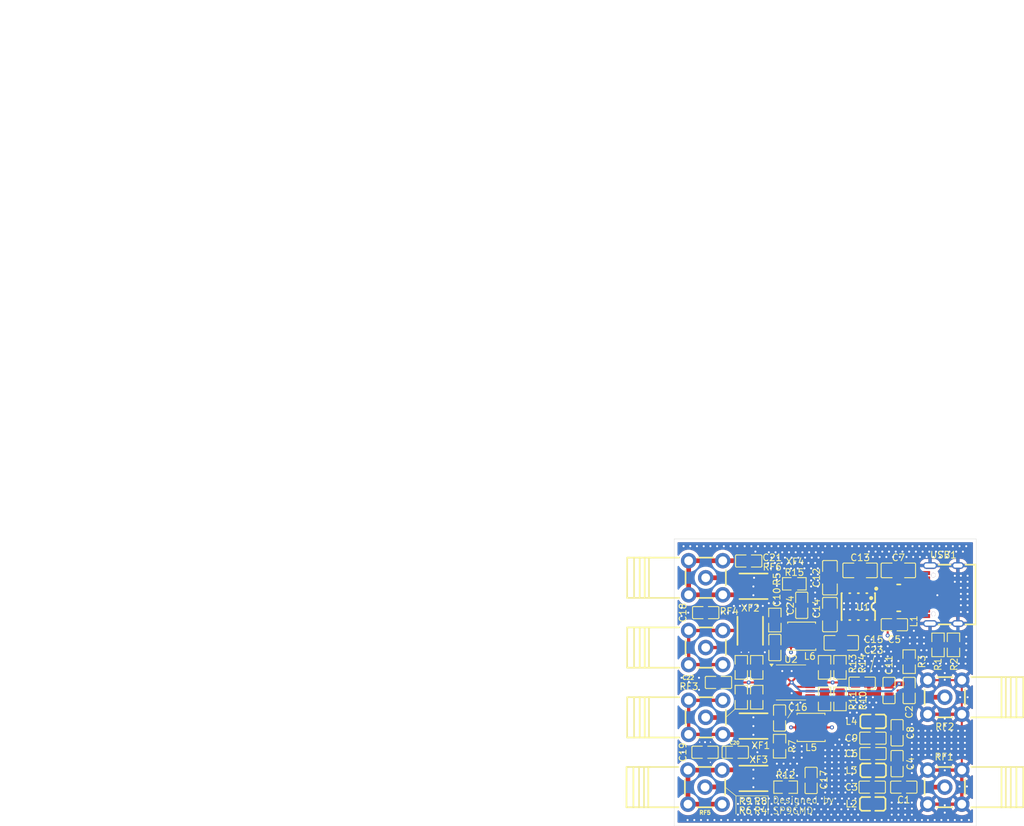
<source format=kicad_pcb>
(kicad_pcb (version 20240108) (generator "pcbnew") (generator_version "8.0")
  (layers (0 "F.Cu" signal) (1 "In1.Cu" signal) (2 "In2.Cu" signal) (31 "B.Cu" signal) (34 "B.Paste" user) (35 "F.Paste" user) (36 "B.SilkS" user "B.Silkscreen") (37 "F.SilkS" user "F.Silkscreen") (38 "B.Mask" user) (39 "F.Mask" user) (44 "Edge.Cuts" user))
  (net 0 "")
  (net 1 "Net-(C1-Pad2)")
  (net 2 "Net-(RF1-IN)")
  (net 3 "GND")
  (net 4 "Net-(C4-Pad2)")
  (net 5 "IN")
  (net 6 "+5V")
  (net 7 "Net-(RF2-IN)")
  (net 8 "-5V")
  (net 9 "Net-(USB1-CC1)")
  (net 10 "Net-(USB1-CC2)")
  (net 11 "Net-(XF1-IN)")
  (net 12 "Net-(XF3-IN)")
  (net 13 "Net-(XF4-IN)")
  (net 14 "Net-(RF3-IN)")
  (net 15 "Net-(RF4-IN)")
  (net 16 "Net-(XF3-OUT2)")
  (net 17 "Net-(RF5-IN)")
  (net 18 "Net-(XF4-OUT1)")
  (net 19 "Net-(RF6-IN)")
  (net 34 "Net-(C11-Pad1)")
  (net 35 "Net-(U1-CAP-)")
  (net 36 "Net-(U1-CAP+)")
  (net 37 "Net-(C16-Pad2)")
  (net 38 "Net-(C10-Pad1)")
  (net 39 "Net-(C17-Pad2)")
  (net 40 "Net-(C24-Pad2)")
  (net 41 "Net-(C10-Pad2)")
  (net 42 "Net-(C16-Pad1)")
  (net 43 "Net-(L1-Pad1)")
  (net 44 "Net-(C17-Pad1)")
  (net 45 "Net-(U2E-V+)")
  (net 48 "Net-(U2E-V-)")
  (net 49 "Net-(C24-Pad1)")
  (net 50 "Net-(U2B--)")
  (net 51 "Net-(U2A--)")
  (net 52 "Net-(U2C--)")
  (net 53 "Net-(U2D--)")
  (net 54 "Net-(XF1-OUT1)")
  (net 55 "Net-(XF2-IN)")
  (net 56 "Net-(XF2-OUT1)")
  (footprint "easyeda2kicad:C0805" (layer "F.Cu") (at 133.6 108.9 90)
    (property "Reference" "C8")
    (property "Value" "75p")
  )
  (footprint "easyeda2kicad:XFMR-SMD_STCM11" (layer "F.Cu") (at 112.22 107.9 90)
    (property "Reference" "XF1")
    (property "Value" "STCM11+")
  )
  (footprint "easyeda2kicad:C1206" (layer "F.Cu") (at 133.79 84.7 180)
    (property "Reference" "C7")
    (property "Value" "2u2")
  )
  (footprint "easyeda2kicad:R0805" (layer "F.Cu") (at 110.4 99.15 -90)
    (property "Reference" "R9")
    (property "Value" "10k")
  )
  (footprint "easyeda2kicad:XFMR-SMD_STCM11" (layer "F.Cu") (at 112.22 115.7 90)
    (property "Reference" "XF3")
    (property "Value" "STCM11+")
  )
  (footprint "easyeda2kicad:L0805" (layer "F.Cu") (at 130 114.5 180)
    (property "Reference" "L3")
    (property "Value" "470n")
  )
  (footprint "easyeda2kicad:C0805" (layer "F.Cu") (at 105.1 91 180)
    (property "Reference" "C18")
    (property "Value" "100n")
  )
  (footprint "easyeda2kicad:R0805" (layer "F.Cu") (at 139.7 95.8 90)
    (property "Reference" "R1")
    (property "Value" "5k1")
  )
  (footprint "easyeda2kicad:C0805" (layer "F.Cu") (at 130 112)
    (property "Reference" "C6")
    (property "Value" "390p")
  )
  (footprint "easyeda2kicad:C0805" (layer "F.Cu") (at 109.5 111.8)
    (property "Reference" "C20")
    (property "Value" "100n")
  )
  (footprint "easyeda2kicad:R0805" (layer "F.Cu") (at 122.8 103.85 -90)
    (property "Reference" "R10")
    (property "Value" "20k")
  )
  (footprint "easyeda2kicad:USB-C-SMD_TYPE-C16PIN" (layer "F.Cu") (at 140.3 88.3 90)
    (property "Reference" "USB1")
    (property "Value" "TYPE-C16PIN")
  )
  (footprint "easyeda2kicad:IND-SMD_L4.5-W4.0_CD43" (layer "F.Cu") (at 133.85 88.8 180)
    (property "Reference" "L1")
    (property "Value" "82uH")
  )
  (footprint "easyeda2kicad:C0805" (layer "F.Cu") (at 128.4 101.5 180)
    (property "Reference" "C23")
    (property "Value" "100n")
  )
  (footprint "easyeda2kicad:C0805" (layer "F.Cu") (at 116.1 106.7 -90)
    (property "Reference" "C16")
    (property "Value" "100n")
  )
  (footprint "easyeda2kicad:R0805" (layer "F.Cu") (at 117 117 180)
    (property "Reference" "R12")
    (property "Value" "51")
  )
  (footprint "easyeda2kicad:C0805" (layer "F.Cu") (at 135.4 102.6 -90)
    (property "Reference" "C2")
    (property "Value" "100n")
  )
  (footprint "easyeda2kicad:C1206" (layer "F.Cu") (at 123.6 91.29 90)
    (property "Reference" "C14")
    (property "Value" "10u")
  )
  (footprint "easyeda2kicad:C0805" (layer "F.Cu") (at 120.8 116 -90)
    (property "Reference" "C17")
    (property "Value" "100n")
  )
  (footprint "easyeda2kicad:C1206" (layer "F.Cu") (at 128.09 84.7)
    (property "Reference" "C13")
    (property "Value" "4u7")
  )
  (footprint "easyeda2kicad:C0805" (layer "F.Cu") (at 133.6 113.5 90)
    (property "Reference" "C4")
    (property "Value" "75p")
  )
  (footprint "easyeda2kicad:L0805" (layer "F.Cu") (at 129.93 119.5 180)
    (property "Reference" "L2")
    (property "Value" "470n")
  )
  (footprint "easyeda2kicad:XFMR-SMD_STCM11" (layer "F.Cu") (at 112.22 87.07 90)
    (property "Reference" "XF4")
    (property "Value" "STCM11+")
  )
  (footprint "easyeda2kicad:R0805" (layer "F.Cu") (at 125.1 103.85 90)
    (property "Reference" "R11")
    (property "Value" "10k")
  )
  (footprint "easyeda2kicad:R0805" (layer "F.Cu") (at 118.3 86.7 180)
    (property "Reference" "R15")
    (property "Value" "51")
  )
  (footprint "easyeda2kicad:C0805" (layer "F.Cu") (at 134.6 117 180)
    (property "Reference" "C1")
    (property "Value" "240p")
  )
  (footprint "easyeda2kicad:R0805" (layer "F.Cu") (at 125.1 99.15 -90)
    (property "Reference" "R14")
    (property "Value" "10k")
  )
  (footprint "easyeda2kicad:ANT-TH_KH-SMA-K513-G" (layer "F.Cu") (at 105 117)
    (property "Reference" "RF5")
    (property "Value" "out_1")
  )
  (footprint "easyeda2kicad:C0805" (layer "F.Cu") (at 130 109.7)
    (property "Reference" "C9")
    (property "Value" "330p")
  )
  (footprint "easyeda2kicad:ANT-TH_KH-SMA-K513-G" (layer "F.Cu") (at 105.1 106.6)
    (property "Reference" "RF3")
    (property "Value" "out_1")
  )
  (footprint "easyeda2kicad:R0805" (layer "F.Cu") (at 112.7 99.15 90)
    (property "Reference" "R8")
    (property "Value" "20k")
  )
  (footprint "easyeda2kicad:C0805" (layer "F.Cu") (at 115.4 96.2 90)
    (property "Reference" "C10")
    (property "Value" "100n")
  )
  (footprint "easyeda2kicad:R0805" (layer "F.Cu") (at 115.4 92.1 90)
    (property "Reference" "R5")
    (property "Value" "51")
  )
  (footprint "easyeda2kicad:IND-SMD_L4.0-W4.0" (layer "F.Cu") (at 120.8 108.1 180)
    (property "Reference" "L5")
    (property "Value" "470uH")
  )
  (footprint "easyeda2kicad:C0805" (layer "F.Cu") (at 107 101.4)
    (property "Reference" "C22")
    (property "Value" "100n")
  )
  (footprint "easyeda2kicad:SOP-8_L4.9-W3.9-P1.27-LS6.0-BL" (layer "F.Cu") (at 127.8275 90.1 180)
    (property "Reference" "U1")
    (property "Value" "TC7660M/TR")
  )
  (footprint "easyeda2kicad:C0805" (layer "F.Cu") (at 129.9 117)
    (property "Reference" "C3")
    (property "Value" "330p")
  )
  (footprint "easyeda2kicad:XFMR-SMD_STCM11" (layer "F.Cu") (at 111.73 93.7 180)
    (property "Reference" "XF2")
    (property "Value" "STCM11+")
  )
  (footprint "easyeda2kicad:C1206" (layer "F.Cu") (at 123.6 85.79 90)
    (property "Reference" "C12")
    (property "Value" "4u7")
  )
  (footprint "easyeda2kicad:IND-SMD_L4.0-W4.0" (layer "F.Cu") (at 119.4 94.5 180)
    (property "Reference" "L6")
    (property "Value" "470uH")
  )
  (footprint "easyeda2kicad:C0805" (layer "F.Cu") (at 119.4 89.9 90)
    (property "Reference" "C24")
    (property "Value" "100n")
  )
  (footprint "easyeda2kicad:C0805" (layer "F.Cu") (at 133.2 92.8 180)
    (property "Reference" "C5")
    (property "Value" "100n")
  )
  (footprint "easyeda2kicad:C0805" (layer "F.Cu") (at 105 111.8 180)
    (property "Reference" "C19")
    (property "Value" "100n")
  )
  (footprint "easyeda2kicad:ANT-TH_KH-SMA-K513-G" (layer "F.Cu") (at 140.7 103.6 180)
    (property "Reference" "RF2")
    (property "Value" "unfiltered_input")
  )
  (footprint "easyeda2kicad:ANT-TH_KH-SMA-K513-G" (layer "F.Cu") (at 140.7 117 180)
    (property "Reference" "RF1")
    (property "Value" "filtered_input")
  )
  (footprint "easyeda2kicad:R0805" (layer "F.Cu") (at 116.1 110.9 -90)
    (property "Reference" "R7")
    (property "Value" "51")
  )
  (footprint "easyeda2kicad:L0805" (layer "F.Cu") (at 130 107.2 180)
    (property "Reference" "L4")
    (property "Value" "470n")
  )
  (footprint "easyeda2kicad:C0805" (layer "F.Cu") (at 111.5 83.3 180)
    (property "Reference" "C21")
    (property "Value" "100n")
  )
  (footprint "easyeda2kicad:R0805" (layer "F.Cu") (at 122.8 99.15 90)
    (property "Reference" "R13")
    (property "Value" "20k")
  )
  (footprint "easyeda2kicad:ANT-TH_KH-SMA-K513-G" (layer "F.Cu") (at 105.1 85.8)
    (property "Reference" "RF6")
    (property "Value" "out_1")
  )
  (footprint "easyeda2kicad:R0805" (layer "F.Cu") (at 112.7 103.6 -90)
    (property "Reference" "R4")
    (property "Value" "20k")
  )
  (footprint "easyeda2kicad:R0805" (layer "F.Cu") (at 135.4 98.3 -90)
    (property "Reference" "R3")
    (property "Value" "51")
  )
  (footprint "Package_SO:TSSOP-14_4.4x5mm_P0.65mm" (layer "F.Cu") (at 117.8 101.4)
    (property "Reference" "U2")
    (property "Value" "DIO2644")
  )
  (footprint "easyeda2kicad:R0805" (layer "F.Cu") (at 142 95.8 90)
    (property "Reference" "R2")
    (property "Value" "5k1")
  )
  (footprint "easyeda2kicad:ANT-TH_KH-SMA-K513-G" (layer "F.Cu") (at 105.1 96.2)
    (property "Reference" "RF4")
    (property "Value" "out_1")
  )
  (footprint "easyeda2kicad:R0805" (layer "F.Cu") (at 110.4 103.6 90)
    (property "Reference" "R6")
    (property "Value" "10k")
  )
  (footprint "easyeda2kicad:C0805" (layer "F.Cu") (at 132.4 102.6 90)
    (property "Reference" "C11")
    (property "Value" "240p")
  )
  (footprint "easyeda2kicad:C1206" (layer "F.Cu") (at 125.29 95.5)
    (property "Reference" "C15")
    (property "Value" "10u")
  )
  (gr_line (start 114.4 118.3) (end 114.4 121) (stroke (width 0.1)) (layer "F.SilkS"))
  (gr_line (start 109.48 105.36) (end 108.1 106.6) (stroke (width 0.1)) (layer "F.SilkS"))
  (gr_line (start 108.1 111) (end 108.1 112.6) (stroke (width 0.1)) (layer "F.SilkS"))
  (gr_line (start 109.6 118.3) (end 109.6 121) (stroke (width 0.1)) (layer "F.SilkS"))
  (gr_line (start 109.6 118.3) (end 108 117) (stroke (width 0.1)) (layer "F.SilkS"))
  (gr_line (start 117.8 105.9) (end 117.3 106.7) (stroke (width 0.1)) (layer "F.SilkS"))
  (gr_line (start 109.6 118.3) (end 114.4 118.3) (stroke (width 0.1)) (layer "F.SilkS"))
  (gr_line (start 130.2 97.5) (end 129.6 99.9) (stroke (width 0.1)) (layer "F.SilkS"))
  (gr_rect (start 100.4 80) (end 145.4 122.8) (stroke (width 0.05)) (fill none) (layer "Edge.Cuts"))
  (gr_text "Designed by\nSP9GMD" (at 115 121.1 0) (layer "F.SilkS") (effects (font (size 1 1) (thickness 0.1)) (justify left bottom)))
  (segment (start 133.6 114.5) (end 133.6 117) (width 0.7) (layer "F.Cu") (net 1))
  (segment (start 130.9 119.5) (end 130.9 117) (width 0.7) (layer "F.Cu") (net 1))
  (segment (start 130.9 117) (end 133.6 117) (width 0.7) (layer "F.Cu") (net 1))
  (segment (start 140.7 117) (end 135.6 117) (width 0.7) (layer "F.Cu") (net 2))
  (segment (start 134.2 92.8) (end 135.5 92.8) (width 0.5) (layer "F.Cu") (net 3))
  (segment (start 138.16 106.14) (end 143.24 106.14) (width 0.5) (layer "F.Cu") (net 3))
  (segment (start 112.67 106.63) (end 112.3 107) (width 0.3) (layer "F.Cu") (net 3))
  (segment (start 129.4 103.6) (end 128.15 104.85) (width 0.5) (layer "F.Cu") (net 3))
  (segment (start 143.24 101.06) (end 143.24 106.14) (width 0.3) (layer "F.Cu") (net 3))
  (segment (start 127.8 121.1) (end 127.96 121.26) (width 0.3) (layer "F.Cu") (net 3))
  (segment (start 138.16 119.54) (end 143.24 119.54) (width 0.5) (layer "F.Cu") (net 3))
  (segment (start 126.0975 89.7) (end 127.1975 90.8) (width 0.5) (layer "F.Cu") (net 3))
  (segment (start 125.1 104.85) (end 128.15 104.85) (width 0.5) (layer "F.Cu") (net 3))
  (segment (start 129.4 121.7) (end 128.96 121.26) (width 0.5) (layer "F.Cu") (net 3))
  (segment (start 113.94 114.43) (end 112.87 114.43) (width 0.3) (layer "F.Cu") (net 3))
  (segment (start 112.3 107) (end 112.3 115) (width 0.3) (layer "F.Cu") (net 3))
  (segment (start 127.96 121.26) (end 128.96 121.26) (width 0.3) (layer "F.Cu") (net 3))
  (segment (start 127.64 121.26) (end 127.8 121.1) (width 0.3) (layer "F.Cu") (net 3))
  (segment (start 143.24 101.06) (end 144.5 99.8) (width 0.3) (layer "F.Cu") (net 3))
  (segment (start 142.66 83.98) (end 142.66 92.62) (width 0.5) (layer "F.Cu") (net 3))
  (segment (start 113.94 106.63) (end 112.67 106.63) (width 0.3) (layer "F.Cu") (net 3))
  (segment (start 126.88 98.03) (end 127 98.15) (width 0.5) (layer "F.Cu") (net 3))
  (segment (start 127.1975 87.42) (end 127.1975 90.8) (width 0.5) (layer "F.Cu") (net 3))
  (segment (start 112.3 115) (end 112.3 119.3) (width 0.3) (layer "F.Cu") (net 3))
  (segment (start 129.03 116.87) (end 128.9 117) (width 0.7) (layer "F.Cu") (net 3))
  (segment (start 143.24 119.54) (end 143.24 114.46) (width 0.5) (layer "F.Cu") (net 3))
  (segment (start 114.26 121.26) (end 127.64 121.26) (width 0.3) (layer "F.Cu") (net 3))
  (segment (start 138.8 96.8) (end 139.7 96.8) (width 0.3) (layer "F.Cu") (net 3))
  (segment (start 127.1975 94.1025) (end 126.88 94.42) (width 0.5) (layer "F.Cu") (net 3))
  (segment (start 132.1 97.3) (end 129.4 100) (width 0.3) (layer "F.Cu") (net 3))
  (segment (start 129.4 100) (end 129.4 101.5) (width 0.5) (layer "F.Cu") (net 3))
  (segment (start 123.6 89.7) (end 126.0975 89.7) (width 0.5) (layer "F.Cu") (net 3))
  (segment (start 139.7 96.8) (end 142 96.8) (width 0.3) (layer "F.Cu") (net 3))
  (segment (start 127 98.15) (end 127.55 98.15) (width 0.5) (layer "F.Cu") (net 3))
  (segment (start 138.51 96.51) (end 138.8 96.8) (width 0.3) (layer "F.Cu") (net 3))
  (segment (start 129.03 114.5) (end 129.03 107.2) (width 0.7) (layer "F.Cu") (net 3))
  (segment (start 138.16 119.54) (end 136 121.7) (width 0.5) (layer "F.Cu") (net 3))
  (segment (start 144.1 92.6) (end 144.08 92.62) (width 0.3) (layer "F.Cu") (net 3))
  (segment (start 138.16 114.46) (end 143.24 114.46) (width 0.5) (layer "F.Cu") (net 3))
  (segment (start 135.68 92.62) (end 135.5 92.8) (width 0.3) (layer "F.Cu") (net 3))
  (segment (start 129.03 106.23) (end 129.03 107.2) (width 0.5) (layer "F.Cu") (net 3))
  (segment (start 129.03 114.5) (end 129.03 116.87) (width 0.7) (layer "F.Cu") (net 3))
  (segment (start 138.51 83.98) (end 142.66 83.98) (width 0.5) (layer "F.Cu") (net 3))
  (segment (start 111.5 105.7) (end 112.3 106.5) (width 0.3) (layer "F.Cu") (net 3))
  (segment (start 143.24 106.14) (end 143.24 114.46) (width 0.3) (layer "F.Cu") (net 3))
  (segment (start 138.51 92.62) (end 138.51 96.4) (width 0.3) (layer "F.Cu") (net 3))
  (segment (start 112.2 89.2) (end 112.2 86.2) (width 0.3) (layer "F.Cu") (net 3))
  (segment (start 111.5 104.9) (end 111.5 105.7) (width 0.3) (layer "F.Cu") (net 3))
  (segment (start 110.46 91.98) (end 110.46 90.94) (width 0.3) (layer "F.Cu") (net 3))
  (segment (start 144.5 99.8) (end 144.5 96.9) (width 0.3) (layer "F.Cu") (net 3))
  (segment (start 128.96 117.06) (end 128.9 117) (width 0.7) (layer "F.Cu") (net 3))
  (segment (start 142 96.8) (end 144.4 96.8) (width 0.3) (layer "F.Cu") (net 3))
  (segment (start 144.5 96.9) (end 144.5 93) (width 0.3) (layer "F.Cu") (net 3))
  (segment (start 128.96 119.5) (end 128.96 117.06) (width 0.7) (layer "F.Cu") (net 3))
  (segment (start 112.6 85.8) (end 113.94 85.8) (width 0.3) (layer "F.Cu") (net 3))
  (segment (start 127.1975 90.8) (end 127.1975 92.78) (width 0.5) (layer "F.Cu") (net 3))
  (segment (start 138.51 96.4) (end 138.51 96.51) (width 0.3) (layer "F.Cu") (net 3))
  (segment (start 112.2 86.2) (end 112.6 85.8) (width 0.3) (layer "F.Cu") (net 3))
  (segment (start 127.1975 92.78) (end 127.1975 94.1025) (width 0.5) (layer "F.Cu") (net 3))
  (segment (start 136 121.7) (end 129.4 121.7) (width 0.5) (layer "F.Cu") (net 3))
  (segment (start 129 105.7) (end 129 106.2) (width 0.5) (layer "F.Cu") (net 3))
  (segment (start 138.51 92.62) (end 135.68 92.62) (width 0.3) (layer "F.Cu") (net 3))
  (segment (start 127.55 98.15) (end 129.4 100) (width 0.5) (layer "F.Cu") (net 3))
  (segment (start 111.2 104.6) (end 111.5 104.9) (width 0.3) (layer "F.Cu") (net 3))
  (segment (start 126.88 95.5) (end 126.88 98.03) (width 0.5) (layer "F.Cu") (net 3))
  (segment (start 144.4 96.8) (end 144.5 96.9) (width 0.3) (layer "F.Cu") (net 3))
  (segment (start 144.5 93) (end 144.1 92.6) (width 0.3) (layer "F.Cu") (net 3))
  (segment (start 129.4 101.5) (end 129.4 103.6) (width 0.5) (layer "F.Cu") (net 3))
  (segment (start 128.96 121.26) (end 128.96 119.5) (width 0.5) (layer "F.Cu") (net 3))
  (segment (start 138.16 101.06) (end 143.24 101.06) (width 0.3) (layer "F.Cu") (net 3))
  (segment (start 125.1 98.15) (end 127 98.15) (width 0.5) (layer "F.Cu") (net 3))
  (segment (start 112.87 114.43) (end 112.3 115) (width 0.3) (layer "F.Cu") (net 3))
  (segment (start 135.5 92.8) (end 136.8 91.5) (width 0.5) (layer "F.Cu") (net 3))
  (segment (start 135.4 97.3) (end 132.1 97.3) (width 0.3) (layer "F.Cu") (net 3))
  (segment (start 108.5 111.8) (end 106 111.8) (width 0.5) (layer "F.Cu") (net 3))
  (segment (start 126.88 94.42) (end 126.88 95.5) (width 0.5) (layer "F.Cu") (net 3))
  (segment (start 137.61 97.3) (end 138.51 96.4) (width 0.3) (layer "F.Cu") (net 3))
  (segment (start 128.15 104.85) (end 129 105.7) (width 0.5) (layer "F.Cu") (net 3))
  (segment (start 110.4 104.6) (end 111.2 104.6) (width 0.3) (layer "F.Cu") (net 3))
  (segment (start 112.3 106.5) (end 112.3 107) (width 0.3) (layer "F.Cu") (net 3))
  (segment (start 112.3 119.3) (end 114.26 121.26) (width 0.3) (layer "F.Cu") (net 3))
  (segment (start 129 106.2) (end 129.03 106.23) (width 0.5) (layer "F.Cu") (net 3))
  (segment (start 144.08 92.62) (end 142.66 92.62) (width 0.3) (layer "F.Cu") (net 3))
  (segment (start 110.46 90.94) (end 112.2 89.2) (width 0.3) (layer "F.Cu") (net 3))
  (segment (start 136.8 91.5) (end 137.94 91.5) (width 0.5) (layer "F.Cu") (net 3))
  (segment (start 135.4 97.3) (end 137.61 97.3) (width 0.3) (layer "F.Cu") (net 3))
  (via (at 128.8 95) (size 0.6) (drill 0.3) (layers "F.Cu" "B.Cu") (net 3))
  (via (at 135.9 81.1) (size 0.6) (drill 0.3) (layers "F.Cu" "B.Cu") (net 3))
  (via (at 135.5 95.6) (size 0.6) (drill 0.3) (layers "F.Cu" "B.Cu") (net 3))
  (via (at 114.8 84.4) (size 0.6) (drill 0.3) (layers "F.Cu" "B.Cu") (net 3))
  (via (at 121.4 91.6) (size 0.6) (drill 0.3) (layers "F.Cu" "B.Cu") (net 3))
  (via (at 134.9 81.1) (size 0.6) (drill 0.3) (layers "F.Cu" "B.Cu") (net 3))
  (via (at 126.9 116) (size 0.6) (drill 0.3) (layers "F.Cu" "B.Cu") (net 3))
  (via (at 127.1 103.6) (size 0.6) (drill 0.3) (layers "F.Cu" "B.Cu") (net 3))
  (via (at 122.9 116) (size 0.6) (drill 0.3) (layers "F.Cu" "B.Cu") (net 3))
  (via (at 121.8 85.3) (size 0.6) (drill 0.3) (layers "F.Cu" "B.Cu") (net 3))
  (via (at 131.3 121.9) (size 0.6) (drill 0.3) (layers "F.Cu" "B.Cu") (net 3))
  (via (at 117.3 90.4) (size 0.6) (drill 0.3) (layers "F.Cu" "B.Cu") (net 3))
  (via (at 143.1 85.5) (size 0.6) (drill 0.3) (layers "F.Cu" "B.Cu") (net 3))
  (via (at 121.4 118.7) (size 0.6) (drill 0.3) (layers "F.Cu" "B.Cu") (net 3))
  (via (at 115.9 119.5) (size 0.6) (drill 0.3) (layers "F.Cu" "B.Cu") (net 3))
  (via (at 137.9 81.1) (size 0.6) (drill 0.3) (layers "F.Cu" "B.Cu") (net 3))
  (via (at 111.4 121.9) (size 0.6) (drill 0.3) (layers "F.Cu" "B.Cu") (net 3))
  (via (at 119.9 82.8) (size 0.6) (drill 0.3) (layers "F.Cu" "B.Cu") (net 3))
  (via (at 143.8 97.6) (size 0.6) (drill 0.3) (layers "F.Cu" "B.Cu") (net 3))
  (via (at 117.9 105.7) (size 0.6) (drill 0.3) (layers "F.Cu" "B.Cu") (net 3))
  (via (at 124.9 116) (size 0.6) (drill 0.3) (layers "F.Cu" "B.Cu") (net 3))
  (via (at 121.4 83.6) (size 0.6) (drill 0.3) (layers "F.Cu" "B.Cu") (net 3))
  (via (at 116.2 89.6) (size 0.6) (drill 0.3) (layers "F.Cu" "B.Cu") (net 3))
  (via (at 143 103.6) (size 0.6) (drill 0.3) (layers "F.Cu" "B.Cu") (net 3))
  (via (at 107.5 91) (size 0.6) (drill 0.3) (layers "F.Cu" "B.Cu") (net 3))
  (via (at 119.4 121.9) (size 0.6) (drill 0.3) (layers "F.Cu" "B.Cu") (net 3))
  (via (at 110.9 81.1) (size 0.6) (drill 0.3) (layers "F.Cu" "B.Cu") (net 3))
  (via (at 113.6 90) (size 0.6) (drill 0.3) (layers "F.Cu" "B.Cu") (net 3))
  (via (at 130.9 99.7) (size 0.6) (drill 0.3) (layers "F.Cu" "B.Cu") (net 3))
  (via (at 128.1 103.6) (size 0.6) (drill 0.3) (layers "F.Cu" "B.Cu") (net 3))
  (via (at 133.8 99.7) (size 0.6) (drill 0.3) (layers "F.Cu" "B.Cu") (net 3))
  (via (at 142.2 121.9) (size 0.6) (drill 0.3) (layers "F.Cu" "B.Cu") (net 3))
  (via (at 115.4 121.9) (size 0.6) (drill 0.3) (layers "F.Cu" "B.Cu") (net 3))
  (via (at 127.5 90.5) (size 0.6) (drill 0.3) (layers "F.Cu" "B.Cu") (net 3))
  (via (at 137.8 111.3) (size 0.6) (drill 0.3) (layers "F.Cu" "B.Cu") (net 3))
  (via (at 124.4 110.7) (size 0.6) (drill 0.3) (layers "F.Cu" "B.Cu") (net 3))
  (via (at 116.9 121.1) (size 0.6) (drill 0.3) (layers "F.Cu" "B.Cu") (net 3))
  (via (at 117.3 89.6) (size 0.6) (drill 0.3) (layers "F.Cu" "B.Cu") (net 3))
  (via (at 103.4 121.9) (size 0.6) (drill 0.3) (layers "F.Cu" "B.Cu") (net 3))
  (via (at 126.4 110.7) (size 0.6) (drill 0.3) (layers "F.Cu" "B.Cu") (net 3))
  (via (at 118.5 82) (size 0.6) (drill 0.3) (layers "F.Cu" "B.Cu") (net 3))
  (via (at 127.3 120.3) (size 0.6) (drill 0.3) (layers "F.Cu" "B.Cu") (net 3))
  (via (at 130.3 121.9) (size 0.6) (drill 0.3) (layers "F.Cu" "B.Cu") (net 3))
  (via (at 123.3 121.9) (size 0.6) (drill 0.3) (layers "F.Cu" "B.Cu") (net 3))
  (via (at 112.2 107.9) (size 0.6) (drill 0.3) (layers "F.Cu" "B.Cu") (net 3))
  (via (at 122.9 113.3) (size 0.6) (drill 0.3) (layers "F.Cu" "B.Cu") (net 3))
  (via (at 133.3 99) (size 0.6) (drill 0.3) (layers "F.Cu" "B.Cu") (net 3))
  (via (at 135 82.7) (size 0.6) (drill 0.3) (layers "F.Cu" "B.Cu") (net 3))
  (via (at 112.8 90) (size 0.6) (drill 0.3) (layers "F.Cu" "B.Cu") (net 3))
  (via (at 138.7 110.4) (size 0.6) (drill 0.3) (layers "F.Cu" "B.Cu") (net 3))
  (via (at 115.7 86.1) (size 0.6) (drill 0.3) (layers "F.Cu" "B.Cu") (net 3))
  (via (at 141.7 111.3) (size 0.6) (drill 0.3) (layers "F.Cu" "B.Cu") (net 3))
  (via (at 140.7 106.8) (size 0.6) (drill 0.3) (layers "F.Cu" "B.Cu") (net 3))
  (via (at 108.4 91) (size 0.6) (drill 0.3) (layers "F.Cu" "B.Cu") (net 3))
  (via (at 120.4 118.7) (size 0.6) (drill 0.3) (layers "F.Cu" "B.Cu") (net 3))
  (via (at 124.8 121.1) (size 0.6) (drill 0.3) (layers "F.Cu" "B.Cu") (net 3))
  (via (at 124.9 111.5) (size 0.6) (drill 0.3) (layers "F.Cu" "B.Cu") (net 3))
  (via (at 137.6 94.7) (size 0.6) (drill 0.3) (layers "F.Cu" "B.Cu") (net 3))
  (via (at 134.3 121.9) (size 0.6) (drill 0.3) (layers "F.Cu" "B.Cu") (net 3))
  (via (at 109.2 91) (size 0.6) (drill 0.3) (layers "F.Cu" "B.Cu") (net 3))
  (via (at 115.7 113.5) (size 0.6) (drill 0.3) (layers "F.Cu" "B.Cu") (net 3))
  (via (at 141.7 109.5) (size 0.6) (drill 0.3) (layers "F.Cu" "B.Cu") (net 3))
  (via (at 138 96.6) (size 0.6) (drill 0.3) (layers "F.Cu" "B.Cu") (net 3))
  (via (at 142.7 111.3) (size 0.6) (drill 0.3) (layers "F.Cu" "B.Cu") (net 3))
  (via (at 112.4 121.9) (size 0.6) (drill 0.3) (layers "F.Cu" "B.Cu") (net 3))
  (via (at 115.9 121.1) (size 0.6) (drill 0.3) (layers "F.Cu" "B.Cu") (net 3))
  (via (at 111.9 121.1) (size 0.6) (drill 0.3) (layers "F.Cu" "B.Cu") (net 3))
  (via (at 121.9 81.1) (size 0.6) (drill 0.3) (layers "F.Cu" "B.Cu") (net 3))
  (via (at 122.9 114.2) (size 0.6) (drill 0.3) (layers "F.Cu" "B.Cu") (net 3))
  (via (at 126.6 90.5) (size 0.6) (drill 0.3) (layers "F.Cu" "B.Cu") (net 3))
  (via (at 112.9 81.1) (size 0.6) (drill 0.3) (layers "F.Cu" "B.Cu") (net 3))
  (via (at 124.9 117.8) (size 0.6) (drill 0.3) (layers "F.Cu" "B.Cu") (net 3))
  (via (at 112.2 114.4) (size 0.6) (drill 0.3) (layers "F.Cu" "B.Cu") (net 3))
  (via (at 131.4 81.9) (size 0.6) (drill 0.3) (layers "F.Cu" "B.Cu") (net 3))
  (via (at 119.9 81.1) (size 0.6) (drill 0.3) (layers "F.Cu" "B.Cu") (net 3))
  (via (at 104.1 102.5) (size 0.6) (drill 0.3) (layers "F.Cu" "B.Cu") (net 3))
  (via (at 117.9 104.4) (size 0.6) (drill 0.3) (layers "F.Cu" "B.Cu") (net 3))
  (via (at 101.5 90.3) (size 0.6) (drill 0.3) (layers "F.Cu" "B.Cu") (net 3))
  (via (at 102.4 121.9) (size 0.6) (drill 0.3) (layers "F.Cu" "B.Cu") (net 3))
  (via (at 119.4 112.6) (size 0.6) (drill 0.3) (layers "F.Cu" "B.Cu") (net 3))
  (via (at 110.4 120.3) (size 0.6) (drill 0.3) (layers "F.Cu" "B.Cu") (net 3))
  (via (at 129.8 95) (size 0.6) (drill 0.3) (layers "F.Cu" "B.Cu") (net 3))
  (via (at 138.7 109.5) (size 0.6) (drill 0.3) (layers "F.Cu" "B.Cu") (net 3))
  (via (at 124.9 81.1) (size 0.6) (drill 0.3) (layers "F.Cu" "B.Cu") (net 3))
  (via (at 115.7 85.3) (size 0.6) (drill 0.3) (layers "F.Cu" "B.Cu") (net 3))
  (via (at 126.6 105.9) (size 0.6) (drill 0.3) (layers "F.Cu" "B.Cu") (net 3))
  (via (at 127.6 105.9) (size 0.6) (drill 0.3) (layers "F.Cu" "B.Cu") (net 3))
  (via (at 135.8 108.6) (size 0.6) (drill 0.3) (layers "F.Cu" "B.Cu") (net 3))
  (via (at 129 103.6) (size 0.6) (drill 0.3) (layers "F.Cu" "B.Cu") (net 3))
  (via (at 125.9 114.2) (size 0.6) (drill 0.3) (layers "F.Cu" "B.Cu") (net 3))
  (via (at 132.8 120.2) (size 0.6) (drill 0.3) (layers "F.Cu" "B.Cu") (net 3))
  (via (at 138.7 108.6) (size 0.6) (drill 0.3) (layers "F.Cu" "B.Cu") (net 3))
  (via (at 101.8 81.1) (size 0.6) (drill 0.3) (layers "F.Cu" "B.Cu") (net 3))
  (via (at 125 109.9) (size 0.6) (drill 0.3) (layers "F.Cu" "B.Cu") (net 3))
  (via (at 141.9 98.6) (size 0.6) (drill 0.3) (layers "F.Cu" "B.Cu") (net 3))
  (via (at 118.8 84.4) (size 0.6) (drill 0.3) (layers "F.Cu" "B.Cu") (net 3))
  (via (at 138 97.6) (size 0.6) (drill 0.3) (layers "F.Cu" "B.Cu") (net 3))
  (via (at 125.7 90.5) (size 0.6) (drill 0.3) (layers "F.Cu" "B.Cu") (net 3))
  (via (at 126.3 121.9) (size 0.6) (drill 0.3) (layers "F.Cu" "B.Cu") (net 3))
  (via (at 137.2 97.6) (size 0.6) (drill 0.3) (layers "F.Cu" "B.Cu") (net 3))
  (via (at 140.7 112.2) (size 0.6) (drill 0.3) (layers "F.Cu" "B.Cu") (net 3))
  (via (at 104.2 110.3) (size 0.5) (drill 0.2) (layers "F.Cu" "B.Cu") (net 3))
  (via (at 112.2 88.4) (size 0.6) (drill 0.3) (layers "F.Cu" "B.Cu") (net 3))
  (via (at 122.9 112.4) (size 0.6) (drill 0.3) (layers "F.Cu" "B.Cu") (net 3))
  (via (at 137.4 81.9) (size 0.6) (drill 0.3) (layers "F.Cu" "B.Cu") (net 3))
  (via (at 127.9 81.1) (size 0.6) (drill 0.3) (layers "F.Cu" "B.Cu") (net 3))
  (via (at 121.9 82.8) (size 0.6) (drill 0.3) (layers "F.Cu" "B.Cu") (net 3))
  (via (at 118.9 82.8) (size 0.6) (drill 0.3) (layers "F.Cu" "B.Cu") (net 3))
  (via (at 138 82.7) (size 0.6) (drill 0.3) (layers "F.Cu" "B.Cu") (net 3))
  (via (at 103.8 81.1) (size 0.6) (drill 0.3) (layers "F.Cu" "B.Cu") (net 3))
  (via (at 126.9 113.3) (size 0.6) (drill 0.3) (layers "F.Cu" "B.Cu") (net 3))
  (via (at 140.7 101) (size 0.6) (drill 0.3) (layers "F.Cu" "B.Cu") (net 3))
  (via (at 135.8 119.3) (size 0.6) (drill 0.3) (layers "F.Cu" "B.Cu") (net 3))
  (via (at 106.8 81.1) (size 0.6) (drill 0.3) (layers "F.Cu" "B.Cu") (net 3))
  (via (at 135.8 112.2) (size 0.6) (drill 0.3) (layers "F.Cu" "B.Cu") (net 3))
  (via (at 122.9 116.9) (size 0.6) (drill 0.3) (layers "F.Cu" "B.Cu") (net 3))
  (via (at 136.9 81.1) (size 0.6) (drill 0.3) (layers "F.Cu" "B.Cu") (net 3))
  (via (at 129.3 96) (size 0.6) (drill 0.3) (layers "F.Cu" "B.Cu") (net 3))
  (via (at 129.3 97.5) (size 0.6) (drill 0.3) (layers "F.Cu" "B.Cu") (net 3))
  (via (at 128.3 121.9) (size 0.6) (drill 0.3) (layers "F.Cu" "B.Cu") (net 3))
  (via (at 129.8 99.7) (size 0.6) (drill 0.3) (layers "F.Cu" "B.Cu") (net 3))
  (via (at 120.8 121.1) (size 0.6) (drill 0.3) (layers "F.Cu" "B.Cu") (net 3))
  (via (at 128 98.2) (size 0.6) (drill 0.3) (layers "F.Cu" "B.Cu") (net 3))
  (via (at 125.9 115.1) (size 0.6) (drill 0.3) (layers "F.Cu" "B.Cu") (net 3))
  (via (at 134.8 119.3) (size 0.6) (drill 0.3) (layers "F.Cu" "B.Cu") (net 3))
  (via (at 130.3 97.5) (size 0.6) (drill 0.3) (layers "F.Cu" "B.Cu") (net 3))
  (via (at 105.8 110.3) (size 0.5) (drill 0.2) (layers "F.Cu" "B.Cu") (net 3))
  (via (at 123.8 121.1) (size 0.6) (drill 0.3) (layers "F.Cu" "B.Cu") (net 3))
  (via (at 140.7 114.5) (size 0.6) (drill 0.3) (layers "F.Cu" "B.Cu") (net 3))
  (via (at 127.6 104.4) (size 0.6) (drill 0.3) (layers "F.Cu" "B.Cu") (net 3))
  (via (at 133.8 98.2) (size 0.6) (drill 0.3) (layers "F.Cu" "B.Cu") (net 3))
  (via (at 116.4 120.3) (size 0.6) (drill 0.3) (layers "F.Cu" "B.Cu") (net 3))
  (via (at 127.9 99.7) (size 0.6) (drill 0.3) (layers "F.Cu" "B.Cu") (net 3))
  (via (at 112.9 121.1) (size 0.6) (drill 0.3) (layers "F.Cu" "B.Cu") (net 3))
  (via (at 112.2 117) (size 0.6) (drill 0.3) (layers "F.Cu" "B.Cu") (net 3))
  (via (at 119.4 120.3) (size 0.6) (drill 0.3) (layers "F.Cu" "B.Cu") (net 3))
  (via (at 139.7 109.5) (size 0.6) (drill 0.3) (layers "F.Cu" "B.Cu") (net 3))
  (via (at 122.3 120.3) (size 0.6) (drill 0.3) (layers "F.Cu" "B.Cu") (net 3))
  (via (at 143.9 95.6) (size 0.6) (drill 0.3) (layers "F.Cu" "B.Cu") (net 3))
  (via (at 118.2 111.7) (size 0.6) (drill 0.3) (layers "F.Cu" "B.Cu") (net 3))
  (via (at 112.3 112.7) (size 0.6) (drill 0.3) (layers "F.Cu" "B.Cu") (net 3))
  (via (at 114.4 121.9) (size 0.6) (drill 0.3) (layers "F.Cu" "B.Cu") (net 3))
  (via (at 117.9 82.8) (size 0.6) (drill 0.3) (layers "F.Cu" "B.Cu") (net 3))
  (via (at 125.9 116.9) (size 0.6) (drill 0.3) (layers "F.Cu" "B.Cu") (net 3))
  (via (at 134 82.7) (size 0.6) (drill 0.3) (layers "F.Cu" "B.Cu") (net 3))
  (via (at 115.9 82.8) (size 0.6) (drill 0.3) (layers "F.Cu" "B.Cu") (net 3))
  (via (at 124.9 115.1) (size 0.6) (drill 0.3) (layers "F.Cu" "B.Cu") (net 3))
  (via (at 137.8 108.6) (size 0.6) (drill 0.3) (layers "F.Cu" "B.Cu") (net 3))
  (via (at 123.9 111.5) (size 0.6) (drill 0.3) (layers "F.Cu" "B.Cu") (net 3))
  (via (at 130.9 98.2) (size 0.6) (drill 0.3) (layers "F.Cu" "B.Cu") (net 3))
  (via (at 141.2 121.9) (size 0.6) (drill 0.3) (layers "F.Cu" "B.Cu") (net 3))
  (via (at 114.9 119.5) (size 0.6) (drill 0.3) (layers "F.Cu" "B.Cu") (net 3))
  (via (at 122.9 117.8) (size 0.6) (drill 0.3) (layers "F.Cu" "B.Cu") (net 3))
  (via (at 137.2 96.6) (size 0.6) (drill 0.3) (layers "F.Cu" "B.Cu") (net 3))
  (via (at 125.9 117.8) (size 0.6) (drill 0.3) (layers "F.Cu" "B.Cu") (net 3))
  (via (at 138.2 98.6) (size 0.6) (drill 0.3) (layers "F.Cu" "B.Cu") (net 3))
  (via (at 139 82.7) (size 0.6) (drill 0.3) (layers "F.Cu" "B.Cu") (net 3))
  (via (at 109.9 119.5) (size 0.6) (drill 0.3) (layers "F.Cu" "B.Cu") (net 3))
  (via (at 134.8 121.1) (size 0.6) (drill 0.3) (layers "F.Cu" "B.Cu") (net 3))
  (via (at 104.1 100.7) (size 0.6) (drill 0.3) (layers "F.Cu" "B.Cu") (net 3))
  (via (at 129.4 81.9) (size 0.6) (drill 0.3) (layers "F.Cu" "B.Cu") (net 3))
  (via (at 112.5 118.7) (size 0.6) (drill 0.3) (layers "F.Cu" "B.Cu") (net 3))
  (via (at 144.1 87.3) (size 0.6) (drill 0.3) (layers "F.Cu" "B.Cu") (net 3))
  (via (at 111.4 120.3) (size 0.6) (drill 0.3) (layers "F.Cu" "B.Cu") (net 3))
  (via (at 132.4 81.9) (size 0.6) (drill 0.3) (layers "F.Cu" "B.Cu") (net 3))
  (via (at 122.8 119.5) (size 0.6) (drill 0.3) (layers "F.Cu" "B.Cu") (net 3))
  (via (at 132.7 96.8) (size 0.6) (drill 0.3) (layers "F.Cu" "B.Cu") (net 3))
  (via (at 112.5 81.9) (size 0.6) (drill 0.3) (layers "F.Cu" "B.Cu") (net 3))
  (via (at 101.5 91.5) (size 0.6) (drill 0.3) (layers "F.Cu" "B.Cu") (net 3))
  (via (at 114.5 89.6) (size 0.6) (drill 0.3) (layers "F.Cu" "B.Cu") (net 3))
  (via (at 133.8 120.2) (size 0.6) (drill 0.3) (layers "F.Cu" "B.Cu") (net 3))
  (via (at 123.9 116) (size 0.6) (drill 0.3) (layers "F.Cu" "B.Cu") (net 3))
  (via (at 117.9 119.5) (size 0.6) (drill 0.3) (layers "F.Cu" "B.Cu") (net 3))
  (via (at 136.4 81.9) (size 0.6) (drill 0.3) (layers "F.Cu" "B.Cu") (net 3))
  (via (at 136.8 112.2) (size 0.6) (drill 0.3) (layers "F.Cu" "B.Cu") (net 3))
  (via (at 117.7 113.5) (size 0.6) (drill 0.3) (layers "F.Cu" "B.Cu") (net 3))
  (via (at 131.9 99.7) (size 0.6) (drill 0.3) (layers "F.Cu" "B.Cu") (net 3))
  (via (at 144.1 88.2) (size 0.6) (drill 0.3) (layers "F.Cu" "B.Cu") (net 3))
  (via (at 116.9 119.5) (size 0.6) (drill 0.3) (layers "F.Cu" "B.Cu") (net 3))
  (via (at 123.9 117.8) (size 0.6) (drill 0.3) (layers "F.Cu" "B.Cu") (net 3))
  (via (at 141.4 81.9) (size 0.6) (drill 0.3) (layers "F.Cu" "B.Cu") (net 3))
  (via (at 116.5 82) (size 0.6) (drill 0.3) (layers "F.Cu" "B.Cu") (net 3))
  (via (at 118.7 115.3) (size 0.6) (drill 0.3) (layers "F.Cu" "B.Cu") (net 3))
  (via (at 125.3 121.9) (size 0.6) (drill 0.3) (layers "F.Cu" "B.Cu") (net 3))
  (via (at 119.8 121.1) (size 0.6) (drill 0.3) (layers "F.Cu" "B.Cu") (net 3))
  (via (at 118.2 112.6) (size 0.6) (drill 0.3) (layers "F.Cu" "B.Cu") (net 3))
  (via (at 144 116.9) (size 0.6) (drill 0.3) (layers "F.Cu" "B.Cu") (net 3))
  (via (at 119.4 110.9) (size 0.6) (drill 0.3) (layers "F.Cu" "B.Cu") (net 3))
  (via (at 144.1 86.4) (size 0.6) (drill 0.3) (layers "F.Cu" "B.Cu") (net 3))
  (via (at 119.5 118.7) (size 0.6) (drill 0.3) (layers "F.Cu" "B.Cu") (net 3))
  (via (at 112.2 115.7) (size 0.6) (drill 0.3) (layers "F.Cu" "B.Cu") (net 3))
  (via (at 114.9 82.8) (size 0.6) (drill 0.3) (layers "F.Cu" "B.Cu") (net 3))
  (via (at 116.8 84.4) (size 0.6) (drill 0.3) (layers "F.Cu" "B.Cu") (net 3))
  (via (at 111.5 96.9) (size 0.5) (drill 0.2) (layers "F.Cu" "B.Cu") (net 3))
  (via (at 125.8 121.1) (size 0.6) (drill 0.3) (layers "F.Cu" "B.Cu") (net 3))
  (via (at 102.6 101.3) (size 0.6) (drill 0.3) (layers "F.Cu" "B.Cu") (net 3))
  (via (at 138.2 121.9) (size 0.6) (drill 0.3) (layers "F.Cu" "B.Cu") (net 3))
  (via (at 132.2 97.5) (size 0.6) (drill 0.3) (layers "F.Cu" "B.Cu") (net 3))
  (via (at 132 82.7) (size 0.6) (drill 0.3) (layers "F.Cu" "B.Cu") (net 3))
  (via (at 135.5 94.7) (size 0.6) (drill 0.3) (layers "F.Cu" "B.Cu") (net 3))
  (via (at 117.9 121.1) (size 0.6) (drill 0.3) (layers "F.Cu" "B.Cu") (net 3))
  (via (at 107.4 121.9) (size 0.6) (drill 0.3) (layers "F.Cu" "B.Cu") (net 3))
  (via (at 129 82.7) (size 0.6) (drill 0.3) (layers "F.Cu" "B.Cu") (net 3))
  (via (at 128.1 105.1) (size 0.6) (drill 0.3) (layers "F.Cu" "B.Cu") (net 3))
  (via (at 136.8 111.3) (size 0.6) (drill 0.3) (layers "F.Cu" "B.Cu") (net 3))
  (via (at 142.9 81.1) (size 0.6) (drill 0.3) (layers "F.Cu" "B.Cu") (net 3))
  (via (at 124.9 114.2) (size 0.6) (drill 0.3) (layers "F.Cu" "B.Cu") (net 3))
  (via (at 123.4 118.7) (size 0.6) (drill 0.3) (layers "F.Cu" "B.Cu") (net 3))
  (via (at 136.3 121.9) (size 0.6) (drill 0.3) (layers "F.Cu" "B.Cu") (net 3))
  (via (at 113.9 96.9) (size 0.6) (drill 0.3) (layers "F.Cu" "B.Cu") (net 3))
  (via (at 113.9 81.1) (size 0.6) (drill 0.3) (layers "F.Cu" "B.Cu") (net 3))
  (via (at 136.8 109.5) (size 0.6) (drill 0.3) (layers "F.Cu" "B.Cu") (net 3))
  (via (at 140.7 107.7) (size 0.6) (drill 0.3) (layers "F.Cu" "B.Cu") (net 3))
  (via (at 121.8 87.1) (size 0.6) (drill 0.3) (layers "F.Cu" "B.Cu") (net 3))
  (via (at 140.7 120.8) (size 0.6) (drill 0.3) (layers "F.Cu" "B.Cu") (net 3))
  (via (at 132.8 121.1) (size 0.6) (drill 0.3) (layers "F.Cu" "B.Cu") (net 3))
  (via (at 140.7 111.3) (size 0.6) (drill 0.3) (layers "F.Cu" "B.Cu") (net 3))
  (via (at 134.5 94.7) (size 0.6) (drill 0.3) (layers "F.Cu" "B.Cu") (net 3))
  (via (at 117.5 118.7) (size 0.6) (drill 0.3) (layers "F.Cu" "B.Cu") (net 3))
  (via (at 138.4 81.9) (size 0.6) (drill 0.3) (layers "F.Cu" "B.Cu") (net 3))
  (via (at 144.1 89) (size 0.6) (drill 0.3) (layers "F.Cu" "B.Cu") (net 3))
  (via (at 112.9 119.5) (size 0.6) (drill 0.3) (layers "F.Cu" "B.Cu") (net 3))
  (via (at 136.8 108.6) (size 0.6) (drill 0.3) (layers "F.Cu" "B.Cu") (net 3))
  (via (at 111 90) (size 0.6) (drill 0.3) (layers "F.Cu" "B.Cu") (net 3))
  (via (at 129.8 98.2) (size 0.6) (drill 0.3) (layers "F.Cu" "B.Cu") (net 3))
  (via (at 130 105.1) (size 0.6) (drill 0.3) (layers "F.Cu" "B.Cu") (net 3))
  (via (at 111.5 118.7) (size 0.6) (drill 0.3) (layers "F.Cu" "B.Cu") (net 3))
  (via (at 115.7 87) (size 0.6) (drill 0.3) (layers "F.Cu" "B.Cu") (net 3))
  (via (at 118.4 83.6) (size 0.6) (drill 0.3) (layers "F.Cu" "B.Cu") (net 3))
  (via (at 142.2 86.4) (size 0.6) (drill 0.3) (layers "F.Cu" "B.Cu") (net 3))
  (via (at 129.8 96.8) (size 0.6) (drill 0.3) (layers "F.Cu" "B.Cu") (net 3))
  (via (at 115.9 81.1) (size 0.6) (drill 0.3) (layers "F.Cu" "B.Cu") (net 3))
  (via (at 121.5 82) (size 0.6) (drill 0.3) (layers "F.Cu" "B.Cu") (net 3))
  (via (at 128.9 81.1) (size 0.6) (drill 0.3) (layers "F.Cu" "B.Cu") (net 3))
  (via (at 110.9 119.5) (size 0.6) (drill 0.3) (layers "F.Cu" "B.Cu") (net 3))
  (via (at 118.9 121.1) (size 0.6) (drill 0.3) (layers "F.Cu" "B.Cu") (net 3))
  (via (at 105.8 81.1) (size 0.6) (drill 0.3) (layers "F.Cu" "B.Cu") (net 3))
  (via (at 128.4 89.6) (size 0.6) (drill 0.3) (layers "F.Cu" "B.Cu") (net 3))
  (via (at 126.9 98.2) (size 0.6) (drill 0.3) (layers "F.Cu" "B.Cu") (net 3))
  (via (at 127.4 99) (size 0.6) (drill 0.3) (layers "F.Cu" "B.Cu") (net 3))
  (via (at 133.8 119.3) (size 0.6) (drill 0.3) (layers "F.Cu" "B.Cu") (net 3))
  (via (at 131.7 96.8) (size 0.6) (drill 0.3) (layers "F.Cu" "B.Cu") (net 3))
  (via (at 118.9 119.5) (size 0.6) (drill 0.3) (layers "F.Cu" "B.Cu") (net 3))
  (via (at 142.2 85.5) (size 0.6) (drill 0.3) (layers "F.Cu" "B.Cu") (net 3))
  (via (at 117.7 115.3) (size 0.6) (drill 0.3) (layers "F.Cu" "B.Cu") (net 3))
  (via (at 109.4 121.9) (size 0.6) (drill 0.3) (layers "F.Cu" "B.Cu") (net 3))
  (via (at 117.9 99.7) (size 0.6) (drill 0.3) (layers "F.Cu" "B.Cu") (net 3))
  (via (at 143.1 87.3) (size 0.6) (drill 0.3) (layers "F.Cu" "B.Cu") (net 3))
  (via (at 141.9 81.1) (size 0.6) (drill 0.3) (layers "F.Cu" "B.Cu") (net 3))
  (via (at 117.3 91.3) (size 0.6) (drill 0.3) (layers "F.Cu" "B.Cu") (net 3))
  (via (at 112.4 120.3) (size 0.6) (drill 0.3) (layers "F.Cu" "B.Cu") (net 3))
  (via (at 135.8 113.1) (size 0.6) (drill 0.3) (layers "F.Cu" "B.Cu") (net 3))
  (via (at 142.9 116.9) (size 0.6) (drill 0.3) (layers "F.Cu" "B.Cu") (net 3))
  (via (at 125.9 111.5) (size 0.6) (drill 0.3) (layers "F.Cu" "B.Cu") (net 3))
  (via (at 115.5 118.7) (size 0.6) (drill 0.3) (layers "F.Cu" "B.Cu") (net 3))
  (via (at 121.8 84.4) (size 0.6) (drill 0.3) (layers "F.Cu" "B.Cu") (net 3))
  (via (at 101.7 111.8) (size 0.6) (drill 0.3) (layers "F.Cu" "B.Cu") (net 3))
  (via (at 121.8 121.1) (size 0.6) (drill 0.3) (layers "F.Cu" "B.Cu") (net 3))
  (via (at 130.1 89.6) (size 0.6) (drill 0.3) (layers "F.Cu" "B.Cu") (net 3))
  (via (at 143.7 111.3) (size 0.6) (drill 0.3) (layers "F.Cu" "B.Cu") (net 3))
  (via (at 144.1 90.9) (size 0.6) (drill 0.3) (layers "F.Cu" "B.Cu") (net 3))
  (via (at 102.5 91) (size 0.6) (drill 0.3) (layers "F.Cu" "B.Cu") (net 3))
  (via (at 115.4 83.6) (size 0.6) (drill 0.3) (layers "F.Cu" "B.Cu") (net 3))
  (via (at 129.3 90.5) (size 0.6) (drill 0.3) (layers "F.Cu" "B.Cu") (net 3))
  (via (at 132.8 119.3) (size 0.6) (drill 0.3) (layers "F.Cu" "B.Cu") (net 3))
  (via (at 136.6 94.7) (size 0.6) (drill 0.3) (layers "F.Cu" "B.Cu") (net 3))
  (via (at 115.5 82) (size 0.6) (drill 0.3) (layers "F.Cu" "B.Cu") (net 3))
  (via (at 106.4 121.9) (size 0.6) (drill 0.3) (layers "F.Cu" "B.Cu") (net 3))
  (via (at 143.9 96.6) (size 0.6) (drill 0.3) (layers "F.Cu" "B.Cu") (net 3))
  (via (at 142.7 110.4) (size 0.6) (drill 0.3) (layers "F.Cu" "B.Cu") (net 3))
  (via (at 124.8 119.5) (size 0.6) (drill 0.3) (layers "F.Cu" "B.Cu") (net 3))
  (via (at 123.3 120.3) (size 0.6) (drill 0.3) (layers "F.Cu" "B.Cu") (net 3))
  (via (at 138.7 112.2) (size 0.6) (drill 0.3) (layers "F.Cu" "B.Cu") (net 3))
  (via (at 139.4 81.9) (size 0.6) (drill 0.3) (layers "F.Cu" "B.Cu") (net 3))
  (via (at 137.8 112.2) (size 0.6) (drill 0.3) (layers "F.Cu" "B.Cu") (net 3))
  (via (at 129.3 89.6) (size 0.6) (drill 0.3) (layers "F.Cu" "B.Cu") (net 3))
  (via (at 127.1 106.7) (size 0.6) (drill 0.3) (layers "F.Cu" "B.Cu") (net 3))
  (via (at 135.8 107.6) (size 0.6) (drill 0.3) (layers "F.Cu" "B.Cu") (net 3))
  (via (at 123.9 81.1) (size 0.6) (drill 0.3) (layers "F.Cu" "B.Cu") (net 3))
  (via (at 129.9 81.1) (size 0.6) (drill 0.3) (layers "F.Cu" "B.Cu") (net 3))
  (via (at 143.4 81.9) (size 0.6) (drill 0.3) (layers "F.Cu" "B.Cu") (net 3))
  (via (at 109.3 90) (size 0.6) (drill 0.3) (layers "F.Cu" "B.Cu") (net 3))
  (via (at 119.5 82) (size 0.6) (drill 0.3) (layers "F.Cu" "B.Cu") (net 3))
  (via (at 116.1 114.4) (size 0.6) (drill 0.3) (layers "F.Cu" "B.Cu") (net 3))
  (via (at 121.8 86.2) (size 0.6) (drill 0.3) (layers "F.Cu" "B.Cu") (net 3))
  (via (at 116.7 115.3) (size 0.6) (drill 0.3) (layers "F.Cu" "B.Cu") (net 3))
  (via (at 113.5 118.7) (size 0.6) (drill 0.3) (layers "F.Cu" "B.Cu") (net 3))
  (via (at 110.2 90) (size 0.6) (drill 0.3) (layers "F.Cu" "B.Cu") (net 3))
  (via (at 113.9 119.5) (size 0.6) (drill 0.3) (layers "F.Cu" "B.Cu") (net 3))
  (via (at 135.8 114.9) (size 0.6) (drill 0.3) (layers "F.Cu" "B.Cu") (net 3))
  (via (at 118.5 118.7) (size 0.6) (drill 0.3) (layers "F.Cu" "B.Cu") (net 3))
  (via (at 118.2 110.9) (size 0.6) (drill 0.3) (layers "F.Cu" "B.Cu") (net 3))
  (via (at 117.2 114.4) (size 0.6) (drill 0.3) (layers "F.Cu" "B.Cu") (net 3))
  (via (at 121.4 90.7) (size 0.6) (drill 0.3) (layers "F.Cu" "B.Cu") (net 3))
  (via (at 125.4 110.7) (size 0.6) (drill 0.3) (layers "F.Cu" "B.Cu") (net 3))
  (via (at 135.3 121.9) (size 0.6) (drill 0.3) (layers "F.Cu" "B.Cu") (net 3))
  (via (at 144.1 89.9) (size 0.6) (drill 0.3) (layers "F.Cu" "B.Cu") (net 3))
  (via (at 136 82.7) (size 0.6) (drill 0.3) (layers "F.Cu" "B.Cu") (net 3))
  (via (at 132.3 121.9) (size 0.6) (drill 0.3) (layers "F.Cu" "B.Cu") (net 3))
  (via (at 112.8 111.8) (size 0.6) (drill 0.3) (layers "F.Cu" "B.Cu") (net 3))
  (via (at 132.2 96) (size 0.6) (drill 0.3) (layers "F.Cu" "B.Cu") (net 3))
  (via (at 126.9 116.9) (size 0.6) (drill 0.3) (layers "F.Cu" "B.Cu") (net 3))
  (via (at 128.4 99) (size 0.6) (drill 0.3) (layers "F.Cu" "B.Cu") (net 3))
  (via (at 111.9 119.5) (size 0.6) (drill 0.3) (layers "F.Cu" "B.Cu") (net 3))
  (via (at 120.8 87.1) (size 0.6) (drill 0.3) (layers "F.Cu" "B.Cu") (net 3))
  (via (at 121.4 88) (size 0.6) (drill 0.3) (layers "F.Cu" "B.Cu") (net 3))
  (via (at 105.4 121.9) (size 0.6) (drill 0.3) (layers "F.Cu" "B.Cu") (net 3))
  (via (at 120.3 121.9) (size 0.6) (drill 0.3) (layers "F.Cu" "B.Cu") (net 3))
  (via (at 118.4 121.9) (size 0.6) (drill 0.3) (layers "F.Cu" "B.Cu") (net 3))
  (via (at 125.3 120.3) (size 0.6) (drill 0.3) (layers "F.Cu" "B.Cu") (net 3))
  (via (at 140.7 109.5) (size 0.6) (drill 0.3) (layers "F.Cu" "B.Cu") (net 3))
  (via (at 117.9 103) (size 0.6) (drill 0.3) (layers "F.Cu" "B.Cu") (net 3))
  (via (at 143.1 90.9) (size 0.6) (drill 0.3) (layers "F.Cu" "B.Cu") (net 3))
  (via (at 114.9 81.1) (size 0.6) (drill 0.3) (layers "F.Cu" "B.Cu") (net 3))
  (via (at 123.9 113.3) (size 0.6) (drill 0.3) (layers "F.Cu" "B.Cu") (net 3))
  (via (at 116.7 113.5) (size 0.6) (drill 0.3) (layers "F.Cu" "B.Cu") (net 3))
  (via (at 136.6 95.6) (size 0.6) (drill 0.3) (layers "F.Cu" "B.Cu") (net 3))
  (via (at 124.9 116.9) (size 0.6) (drill 0.3) (layers "F.Cu" "B.Cu") (net 3))
  (via (at 116.5 118.7) (size 0.6) (drill 0.3) (layers "F.Cu" "B.Cu") (net 3))
  (via (at 120.9 81.1) (size 0.6) (drill 0.3) (layers "F.Cu" "B.Cu") (net 3))
  (via (at 140 82.7) (size 0.6) (drill 0.3) (layers "F.Cu" "B.Cu") (net 3))
  (via (at 143.8 98.6) (size 0.6) (drill 0.3) (layers "F.Cu" "B.Cu") (net 3))
  (via (at 117.4 120.3) (size 0.6) (drill 0.3) (layers "F.Cu" "B.Cu") (net 3))
  (via (at 118.7 113.5) (size 0.6) (drill 0.3) (layers "F.Cu" "B.Cu") (net 3))
  (via (at 143.9 94.6) (size 0.6) (drill 0.3) (layers "F.Cu" "B.Cu") (net 3))
  (via (at 128.3 97.2) (size 0.6) (drill 0.3) (layers "F.Cu" "B.Cu") (net 3))
  (via (at 130.3 99) (size 0.6) (drill 0.3) (layers "F.Cu" "B.Cu") (net 3))
  (via (at 143.7 109.5) (size 0.6) (drill 0.3) (layers "F.Cu" "B.Cu") (net 3))
  (via (at 127.8 121.1) (size 0.6) (drill 0.3) (layers "F.Cu" "B.Cu") (net 3))
  (via (at 113.9 121.1) (size 0.6) (drill 0.3) (layers "F.Cu" "B.Cu") (net 3))
  (via (at 139.7 108.6) (size 0.6) (drill 0.3) (layers "F.Cu" "B.Cu") (net 3))
  (via (at 116.9 82.8) (size 0.6) (drill 0.3) (layers "F.Cu" "B.Cu") (net 3))
  (via (at 128.4 90.5) (size 0.6) (drill 0.3) (layers "F.Cu" "B.Cu") (net 3))
  (via (at 115.4 120.3) (size 0.6) (drill 0.3) (layers "F.Cu" "B.Cu") (net 3))
  (via (at 128.6 104.4) (size 0.6) (drill 0.3) (layers "F.Cu" "B.Cu") (net 3))
  (via (at 117.4 121.9) (size 0.6) (drill 0.3) (layers "F.Cu" "B.Cu") (net 3))
  (via (at 141 82.7) (size 0.6) (drill 0.3) (layers "F.Cu" "B.Cu") (net 3))
  (via (at 137.6 95.6) (size 0.6) (drill 0.3) (layers "F.Cu" "B.Cu") (net 3))
  (via (at 118.2 114.4) (size 0.6) (drill 0.3) (layers "F.Cu" "B.Cu") (net 3))
  (via (at 140.7 100) (size 0.6) (drill 0.3) (layers "F.Cu" "B.Cu") (net 3))
  (via (at 129.5 104.4) (size 0.6) (drill 0.3) (layers "F.Cu" "B.Cu") (net 3))
  (via (at 115.8 84.4) (size 0.6) (drill 0.3) (layers "F.Cu" "B.Cu") (net 3))
  (via (at 142.8 98.6) (size 0.6) (drill 0.3) (layers "F.Cu" "B.Cu") (net 3))
  (via (at 136.1 93.7) (size 0.6) (drill 0.3) (layers "F.Cu" "B.Cu") (net 3))
  (via (at 122.9 81.1) (size 0.6) (drill 0.3) (layers "F.Cu" "B.Cu") (net 3))
  (via (at 116.4 121.9) (size 0.6) (drill 0.3) (layers "F.Cu" "B.Cu") (net 3))
  (via (at 109.9 121.1) (size 0.6) (drill 0.3) (layers "F.Cu" "B.Cu") (net 3))
  (via (at 121.4 88.9) (size 0.6) (drill 0.3) (layers "F.Cu" "B.Cu") (net 3))
  (via (at 139.7 112.2) (size 0.6) (drill 0.3) (layers "F.Cu" "B.Cu") (net 3))
  (via (at 130.1 90.5) (size 0.6) (drill 0.3) (layers "F.Cu" "B.Cu") (net 3))
  (via (at 130 82.7) (size 0.6) (drill 0.3) (layers "F.Cu" "B.Cu") (net 3))
  (via (at 135.8 121.1) (size 0.6) (drill 0.3) (layers "F.Cu" "B.Cu") (net 3))
  (via (at 138.9 81.1) (size 0.6) (drill 0.3) (layers "F.Cu" "B.Cu") (net 3))
  (via (at 102.8 81.1) (size 0.6) (drill 0.3) (layers "F.Cu" "B.Cu") (net 3))
  (via (at 139 98.6) (size 0.6) (drill 0.3) (layers "F.Cu" "B.Cu") (net 3))
  (via (at 123.9 116.9) (size 0.6) (drill 0.3) (layers "F.Cu" "B.Cu") (net 3))
  (via (at 137.2 98.6) (size 0.6) (drill 0.3) (layers "F.Cu" "B.Cu") (net 3))
  (via (at 129 105.1) (size 0.6) (drill 0.3) (layers "F.Cu" "B.Cu") (net 3))
  (via (at 125.9 112.4) (size 0.6) (drill 0.3) (layers "F.Cu" "B.Cu") (net 3))
  (via (at 135.8 110.4) (size 0.6) (drill 0.3) (layers "F.Cu" "B.Cu") (net 3))
  (via (at 112.2 109.2) (size 0.6) (drill 0.3) (layers "F.Cu" "B.Cu") (net 3))
  (via (at 139.2 121.9) (size 0.6) (drill 0.3) (layers "F.Cu" "B.Cu") (net 3))
  (via (at 120.5 82) (size 0.6) (drill 0.3) (layers "F.Cu" "B.Cu") (net 3))
  (via (at 105 110.3) (size 0.6) (drill 0.3) (layers "F.Cu" "B.Cu") (net 3))
  (via (at 112.2 87.1) (size 0.6) (drill 0.3) (layers "F.Cu" "B.Cu") (net 3))
  (via (at 126.1 106.7) (size 0.6) (drill 0.3) (layers "F.Cu" "B.Cu") (net 3))
  (via (at 133.4 81.9) (size 0.6) (drill 0.3) (layers "F.Cu" "B.Cu") (net 3))
  (via (at 121.3 121.9) (size 0.6) (drill 0.3) (layers "F.Cu" "B.Cu") (net 3))
  (via (at 136.8 110.4) (size 0.6) (drill 0.3) (layers "F.Cu" "B.Cu") (net 3))
  (via (at 101.5 102) (size 0.6) (drill 0.3) (layers "F.Cu" "B.Cu") (net 3))
  (via (at 131.4 99) (size 0.6) (drill 0.3) (layers "F.Cu" "B.Cu") (net 3))
  (via (at 114.5 82) (size 0.6) (drill 0.3) (layers "F.Cu" "B.Cu") (net 3))
  (via (at 117.4 83.6) (size 0.6) (drill 0.3) (layers "F.Cu" "B.Cu") (net 3))
  (via (at 131.2 96) (size 0.6) (drill 0.3) (layers "F.Cu" "B.Cu") (net 3))
  (via (at 113.4 120.3) (size 0.6) (drill 0.3) (layers "F.Cu" "B.Cu") (net 3))
  (via (at 123.9 115.1) (size 0.6) (drill 0.3) (layers "F.Cu" "B.Cu") (net 3))
  (via (at 137.8 110.4) (size 0.6) (drill 0.3) (layers "F.Cu" "B.Cu") (net 3))
  (via (at 139.9 81.1) (size 0.6) (drill 0.3) (layers "F.Cu" "B.Cu") (net 3))
  (via (at 140.9 98.6) (size 0.6) (drill 0.3) (layers "F.Cu" "B.Cu") (net 3))
  (via (at 126.3 120.3) (size 0.6) (drill 0.3) (layers "F.Cu" "B.Cu") (net 3))
  (via (at 127.5 89.6) (size 0.6) (drill 0.3) (layers "F.Cu" "B.Cu") (net 3))
  (via (at 139.7 110.4) (size 0.6) (drill 0.3) (layers "F.Cu" "B.Cu") (net 3))
  (via (at 122.9 115.1) (size 0.6) (drill 0.3) (layers "F.Cu" "B.Cu") (net 3))
  (via (at 134.4 81.9) (size 0.6) (drill 0.3) (layers "F.Cu" "B.Cu") (net 3))
  (via (at 126.9 111.5) (size 0.6) (drill 0.3) (layers "F.Cu" "B.Cu") (net 3))
  (via (at 105.8 113.3) (size 0.5) (drill 0.2) (layers "F.Cu" "B.Cu") (net 3))
  (via (at 107.8 81.1) (size 0.6) (drill 0.3) (layers "F.Cu" "B.Cu") (net 3))
  (via (at 131 82.7) (size 0.6) (drill 0.3) (layers "F.Cu" "B.Cu") (net 3))
  (via (at 124.3 121.9) (size 0.6) (drill 0.3) (layers "F.Cu" "B.Cu") (net 3))
  (via (at 137 82.7) (size 0.6) (drill 0.3) (layers "F.Cu" "B.Cu") (net 3))
  (via (at 114.4 83.6) (size 0.6) (drill 0.3) (layers "F.Cu" "B.Cu") (net 3))
  (via (at 130.8 95) (size 0.6) (drill 0.3) (layers "F.Cu" "B.Cu") (net 3))
  (via (at 130.8 96.8) (size 0.6) (drill 0.3) (layers "F.Cu" "B.Cu") (net 3))
  (via (at 125.4 118.7) (size 0.6) (drill 0.3) (layers "F.Cu" "B.Cu") (net 3))
  (via (at 126.9 115.1) (size 0.6) (drill 0.3) (layers "F.Cu" "B.Cu") (net 3))
  (via (at 120.8 119.5) (size 0.6) (drill 0.3) (layers "F.Cu" "B.Cu") (net 3))
  (via (at 140 98.6) (size 0.6) (drill 0.3) (layers "F.Cu" "B.Cu") (net 3))
  (via (at 121.3 120.3) (size 0.6) (drill 0.3) (layers "F.Cu" "B.Cu") (net 3))
  (via (at 139.6 88.4) (size 0.6) (drill 0.3) (layers "F.Cu" "B.Cu") (net 3))
  (via (at 122.8 121.1) (size 0.6) (drill 0.3) (layers "F.Cu" "B.Cu") (net 3))
  (via (at 124.9 112.4) (size 0.6) (drill 0.3) (layers "F.Cu" "B.Cu") (net 3))
  (via (at 129.3 121.9) (size 0.6) (drill 0.3) (layers "F.Cu" "B.Cu") (net 3))
  (via (at 126.8 121.1) (size 0.6) (drill 0.3) (layers "F.Cu" "B.Cu") (net 3))
  (via (at 133 82.7) (size 0.6) (drill 0.3) (layers "F.Cu" "B.Cu") (net 3))
  (via (at 143.7 110.4) (size 0.6) (drill 0.3) (layers "F.Cu" "B.Cu") (net 3))
  (via (at 131.2 97.5) (size 0.6) (drill 0.3) (layers "F.Cu" "B.Cu") (net 3))
  (via (at 140.7 113.4) (size 0.6) (drill 0.3) (layers "F.Cu" "B.Cu") (net 3))
  (via (at 127 109.9) (size 0.6) (drill 0.3) (layers "F.Cu" "B.Cu") (net 3))
  (via (at 135.8 111.3) (size 0.6) (drill 0.3) (layers "F.Cu" "B.Cu") (net 3))
  (via (at 126.4 118.7) (size 0.6) (drill 0.3) (layers "F.Cu" "B.Cu") (net 3))
  (via (at 141.7 108.6) (size 0.6) (drill 0.3) (layers "F.Cu" "B.Cu") (net 3))
  (via (at 125.8 119.5) (size 0.6) (drill 0.3) (layers "F.Cu" "B.Cu") (net 3))
  (via (at 119.4 111.7) (size 0.6) (drill 0.3) (layers "F.Cu" "B.Cu") (net 3))
  (via (at 132.8 98.2) (size 0.6) (drill 0.3) (layers "F.Cu" "B.Cu") (net 3))
  (via (at 111.9 90) (size 0.6) (drill 0.3) (layers "F.Cu" "B.Cu") (net 3))
  (via (at 140.7 119.7) (size 0.6) (drill 0.3) (layers "F.Cu" "B.Cu") (net 3))
  (via (at 101.5 100.7) (size 0.6) (drill 0.3) (layers "F.Cu" "B.Cu") (net 3))
  (via (at 130.4 81.9) (size 0.6) (drill 0.3) (layers "F.Cu" "B.Cu") (net 3))
  (via (at 121.8 119.5) (size 0.6) (drill 0.3) (layers "F.Cu" "B.Cu") (net 3))
  (via (at 143.1 89.9) (size 0.6) (drill 0.3) (layers "F.Cu" "B.Cu") (net 3))
  (via (at 135.8 120.2) (size 0.6) (drill 0.3) (layers "F.Cu" "B.Cu") (net 3))
  (via (at 137.3 121.9) (size 0.6) (drill 0.3) (layers "F.Cu" "B.Cu") (net 3))
  (via (at 115.4 89.6) (size 0.6) (drill 0.3) (layers "F.Cu" "B.Cu") (net 3))
  (via (at 123.8 119.5) (size 0.6) (drill 0.3) (layers "F.Cu" "B.Cu") (net 3))
  (via (at 143.7 112.2) (size 0.6) (drill 0.3) (layers "F.Cu" "B.Cu") (net 3))
  (via (at 143.1 86.4) (size 0.6) (drill 0.3) (layers "F.Cu" "B.Cu") (net 3))
  (via (at 126.9 81.1) (size 0.6) (drill 0.3) (layers "F.Cu" "B.Cu") (net 3))
  (via (at 104.4 121.9) (size 0.6) (drill 0.3) (layers "F.Cu" "B.Cu") (net 3))
  (via (at 120.8 86.2) (size 0.6) (drill 0.3) (layers "F.Cu" "B.Cu") (net 3))
  (via (at 112.3 85.8) (size 0.6) (drill 0.3) (layers "F.Cu" "B.Cu") (net 3))
  (via (at 108.4 121.9) (size 0.6) (drill 0.3) (layers "F.Cu" "B.Cu") (net 3))
  (via (at 130.9 81.1) (size 0.6) (drill 0.3) (layers "F.Cu" "B.Cu") (net 3))
  (via (at 118.9 81.1) (size 0.6) (drill 0.3) (layers "F.Cu" "B.Cu") (net 3))
  (via (at 127.4 118.7) (size 0.6) (drill 0.3) (layers "F.Cu" "B.Cu") (net 3))
  (via (at 120.9 82.8) (size 0.6) (drill 0.3) (layers "F.Cu" "B.Cu") (net 3))
  (via (at 144.1 85.5) (size 0.6) (drill 0.3) (layers "F.Cu" "B.Cu") (net 3))
  (via (at 125.7 89.6) (size 0.6) (drill 0.3) (layers "F.Cu" "B.Cu") (net 3))
  (via (at 142.7 108.6) (size 0.6) (drill 0.3) (layers "F.Cu" "B.Cu") (net 3))
  (via (at 141.7 110.4) (size 0.6) (drill 0.3) (layers "F.Cu" "B.Cu") (net 3))
  (via (at 118.4 120.3) (size 0.6) (drill 0.3) (layers "F.Cu" "B.Cu") (net 3))
  (via (at 119.8 84.4) (size 0.6) (drill 0.3) (layers "F.Cu" "B.Cu") (net 3))
  (via (at 123.9 114.2) (size 0.6) (drill 0.3) (layers "F.Cu" "B.Cu") (net 3))
  (via (at 113.4 121.9) (size 0.6) (drill 0.3) (layers "F.Cu" "B.Cu") (net 3))
  (via (at 140.9 81.1) (size 0.6) (drill 0.3) (layers "F.Cu" "B.Cu") (net 3))
  (via (at 116.9 81.1) (size 0.6) (drill 0.3) (layers "F.Cu" "B.Cu") (net 3))
  (via (at 116.5 99.7) (size 0.6) (drill 0.3) (layers "F.Cu" "B.Cu") (net 3))
  (via (at 110.4 121.9) (size 0.6) (drill 0.3) (layers "F.Cu" "B.Cu") (net 3))
  (via (at 142.7 109.5) (size 0.6) (drill 0.3) (layers "F.Cu" "B.Cu") (net 3))
  (via (at 135.4 81.9) (size 0.6) (drill 0.3) (layers "F.Cu" "B.Cu") (net 3))
  (via (at 109.8 81.1) (size 0.6) (drill 0.3) (layers "F.Cu" "B.Cu") (net 3))
  (via (at 126.9 112.4) (size 0.6) (drill 0.3) (layers "F.Cu" "B.Cu") (net 3))
  (via (at 112.2 106.6) (size 0.6) (drill 0.3) (layers "F.Cu" "B.Cu") (net 3))
  (via (at 139.7 111.3) (size 0.6) (drill 0.3) (layers "F.Cu" "B.Cu") (net 3))
  (via (at 130.3 96) (size 0.6) (drill 0.3) (layers "F.Cu" "B.Cu") (net 3))
  (via (at 114.5 118.7) (size 0.6) (drill 0.3) (layers "F.Cu" "B.Cu") (net 3))
  (via (at 129.3 99) (size 0.6) (drill 0.3) (layers "F.Cu" "B.Cu") (net 3))
  (via (at 143.7 108.6) (size 0.6) (drill 0.3) (layers "F.Cu" "B.Cu") (net 3))
  (via (at 115.7 115.3) (size 0.6) (drill 0.3) (layers "F.Cu" "B.Cu") (net 3))
  (via (at 114.4 120.3) (size 0.6) (drill 0.3) (layers "F.Cu" "B.Cu") (net 3))
  (via (at 117.5 82) (size 0.6) (drill 0.3) (layers "F.Cu" "B.Cu") (net 3))
  (via (at 111.9 81.1) (size 0.6) (drill 0.3) (layers "F.Cu" "B.Cu") (net 3))
  (via (at 124.4 118.7) (size 0.6) (drill 0.3) (layers "F.Cu" "B.Cu") (net 3))
  (via (at 125.9 81.1) (size 0.6) (drill 0.3) (layers "F.Cu" "B.Cu") (net 3))
  (via (at 138.7 111.3) (size 0.6) (drill 0.3) (layers "F.Cu" "B.Cu") (net 3))
  (via (at 132.8 99.7) (size 0.6) (drill 0.3) (layers "F.Cu" "B.Cu") (net 3))
  (via (at 126.9 99.7) (size 0.6) (drill 0.3) (layers "F.Cu" "B.Cu") (net 3))
  (via (at 116.4 83.6) (size 0.6) (drill 0.3) (layers "F.Cu" "B.Cu") (net 3))
  (via (at 123.9 112.4) (size 0.6) (drill 0.3) (layers "F.Cu" "B.Cu") (net 3))
  (via (at 143.1 89) (size 0.6) (drill 0.3) (layers "F.Cu" "B.Cu") (net 3))
  (via (at 120.3 120.3) (size 0.6) (drill 0.3) (layers "F.Cu" "B.Cu") (net 3))
  (via (at 108.8 81.1) (size 0.6) (drill 0.3) (layers "F.Cu" "B.Cu") (net 3))
  (via (at 119.2 104.4) (size 0.6) (drill 0.3) (layers "F.Cu" "B.Cu") (net 3))
  (via (at 143.9 81.1) (size 0.6) (drill 0.3) (layers "F.Cu" "B.Cu") (net 3))
  (via (at 127.3 121.9) (size 0.6) (drill 0.3) (layers "F.Cu" "B.Cu") (net 3))
  (via (at 144.3 121.9) (size 0.6) (drill 0.3) (layers "F.Cu" "B.Cu") (net 3))
  (via (at 125.9 116) (size 0.6) (drill 0.3) (layers "F.Cu" "B.Cu") (net 3))
  (via (at 142.4 81.9) (size 0.6) (drill 0.3) (layers "F.Cu" "B.Cu") (net 3))
  (via (at 119.4 83.6) (size 0.6) (drill 0.3) (layers "F.Cu" "B.Cu") (net 3))
  (via (at 114.9 121.1) (size 0.6) (drill 0.3) (layers "F.Cu" "B.Cu") (net 3))
  (via (at 110.9 121.1) (size 0.6) (drill 0.3) (layers "F.Cu" "B.Cu") (net 3))
  (via (at 127.1 105.1) (size 0.6) (drill 0.3) (layers "F.Cu" "B.Cu") (net 3))
  (via (at 132.9 81.1) (size 0.6) (drill 0.3) (layers "F.Cu" "B.Cu") (net 3))
  (via (at 126.9 117.8) (size 0.6) (drill 0.3) (layers "F.Cu" "B.Cu") (net 3))
  (via (at 126.8 119.5) (size 0.6) (drill 0.3) (layers "F.Cu" "B.Cu") (net 3))
  (via (at 121.4 89.8) (size 0.6) (drill 0.3) (layers "F.Cu" "B.Cu") (net 3))
  (via (at 126 109.9) (size 0.6) (drill 0.3) (layers "F.Cu" "B.Cu") (net 3))
  (via (at 122.4 118.7) (size 0.6) (drill 0.3) (layers "F.Cu" "B.Cu") (net 3))
  (via (at 104.8 81.1) (size 0.6) (drill 0.3) (layers "F.Cu" "B.Cu") (net 3))
  (via (at 143.2 121.9) (size 0.6) (drill 0.3) (layers "F.Cu" "B.Cu") (net 3))
  (via (at 128.8 99.7) (size 0.6) (drill 0.3) (layers "F.Cu" "B.Cu") (net 3))
  (via (at 130.5 104.4) (size 0.6) (drill 0.3) (layers "F.Cu" "B.Cu") (net 3))
  (via (at 133.9 81.1) (size 0.6) (drill 0.3) (layers "F.Cu" "B.Cu") (net 3))
  (via (at 110.4 96.9) (size 0.5) (drill 0.2) (layers "F.Cu" "B.Cu") (net 3))
  (via (at 133.8 121.1) (size 0.6) (drill 0.3) (layers "F.Cu" "B.Cu") (net 3))
  (via (at 141.7 112.2) (size 0.6) (drill 0.3) (layers "F.Cu" "B.Cu") (net 3))
  (via (at 124.9 113.3) (size 0.6) (drill 0.3) (layers "F.Cu" "B.Cu") (net 3))
  (via (at 135.8 109.5) (size 0.6) (drill 0.3) (layers "F.Cu" "B.Cu") (net 3))
  (via (at 131.8 98.2) (size 0.6) (drill 0.3) (layers "F.Cu" "B.Cu") (net 3))
  (via (at 117.8 84.4) (size 0.6) (drill 0.3) (layers "F.Cu" "B.Cu") (net 3))
  (via (at 140.7 108.6) (size 0.6) (drill 0.3) (layers "F.Cu" "B.Cu") (net 3))
  (via (at 128.8 98.2) (size 0.6) (drill 0.3) (layers "F.Cu" "B.Cu") (net 3))
  (via (at 131.9 81.1) (size 0.6) (drill 0.3) (layers "F.Cu" "B.Cu") (net 3))
  (via (at 112.3 110.9) (size 0.6) (drill 0.3) (layers "F.Cu" "B.Cu") (net 3))
  (via (at 142.7 112.2) (size 0.6) (drill 0.3) (layers "F.Cu" "B.Cu") (net 3))
  (via (at 140.7 110.4) (size 0.6) (drill 0.3) (layers "F.Cu" "B.Cu") (net 3))
  (via (at 125.9 113.3) (size 0.6) (drill 0.3) (layers "F.Cu" "B.Cu") (net 3))
  (via (at 140.4 81.9) (size 0.6) (drill 0.3) (layers "F.Cu" "B.Cu") (net 3))
  (via (at 126.9 114.2) (size 0.6) (drill 0.3) (layers "F.Cu" "B.Cu") (net 3))
  (via (at 122.3 121.9) (size 0.6) (drill 0.3) (layers "F.Cu" "B.Cu") (net 3))
  (via (at 137.8 109.5) (size 0.6) (drill 0.3) (layers "F.Cu" "B.Cu") (net 3))
  (via (at 122.9 111.5) (size 0.6) (drill 0.3) (layers "F.Cu" "B.Cu") (net 3))
  (via (at 140.2 121.9) (size 0.6) (drill 0.3) (layers "F.Cu" "B.Cu") (net 3))
  (via (at 143.1 88.2) (size 0.6) (drill 0.3) (layers "F.Cu" "B.Cu") (net 3))
  (via (at 120.8 85.3) (size 0.6) (drill 0.3) (layers "F.Cu" "B.Cu") (net 3))
  (via (at 130 103.6) (size 0.6) (drill 0.3) (layers "F.Cu" "B.Cu") (net 3))
  (via (at 120.4 83.6) (size 0.6) (drill 0.3) (layers "F.Cu" "B.Cu") (net 3))
  (via (at 110.5 118.7) (size 0.6) (drill 0.3) (layers "F.Cu" "B.Cu") (net 3))
  (via (at 120.8 84.4) (size 0.6) (drill 0.3) (layers "F.Cu" "B.Cu") (net 3))
  (via (at 144.1 103.6) (size 0.6) (drill 0.3) (layers "F.Cu" "B.Cu") (net 3))
  (via (at 122.5 82) (size 0.6) (drill 0.3) (layers "F.Cu" "B.Cu") (net 3))
  (via (at 117.9 81.1) (size 0.6) (drill 0.3) (layers "F.Cu" "B.Cu") (net 3))
  (via (at 135.8 114) (size 0.6) (drill 0.3) (layers "F.Cu" "B.Cu") (net 3))
  (via (at 124.3 120.3) (size 0.6) (drill 0.3) (layers "F.Cu" "B.Cu") (net 3))
  (via (at 119.8 119.5) (size 0.6) (drill 0.3) (layers "F.Cu" "B.Cu") (net 3))
  (via (at 134.8 120.2) (size 0.6) (drill 0.3) (layers "F.Cu" "B.Cu") (net 3))
  (via (at 132.4 99) (size 0.6) (drill 0.3) (layers "F.Cu" "B.Cu") (net 3))
  (via (at 133.3 121.9) (size 0.6) (drill 0.3) (layers "F.Cu" "B.Cu") (net 3))
  (via (at 126.6 89.6) (size 0.6) (drill 0.3) (layers "F.Cu" "B.Cu") (net 3))
  (segment (start 132.2 112) (end 131 112) (width 0.7) (layer "F.Cu") (net 4))
  (segment (start 131 114.47) (end 130.97 114.5) (width 0.7) (layer "F.Cu") (net 4))
  (segment (start 133.6 109.9) (end 133.6 112.5) (width 0.7) (layer "F.Cu") (net 4))
  (segment (start 132.7 112.5) (end 132.2 112) (width 0.7) (layer "F.Cu") (net 4))
  (segment (start 133.6 112.5) (end 132.7 112.5) (width 0.7) (layer "F.Cu") (net 4))
  (segment (start 131 112) (end 131 114.47) (width 0.7) (layer "F.Cu") (net 4))
  (segment (start 114.9375 102.05) (end 117.15 102.05) (width 0.3) (layer "F.Cu") (net 5))
  (segment (start 132.4 101.6) (end 133.9 101.6) (width 0.7) (layer "F.Cu") (net 5))
  (segment (start 120.6625 102.05) (end 118.55 102.05) (width 0.3) (layer "F.Cu") (net 5))
  (segment (start 117.25 100.75) (end 114.9375 100.75) (width 0.3) (layer "F.Cu") (net 5))
  (segment (start 118.55 102.05) (end 117.9 101.4) (width 0.3) (layer "F.Cu") (net 5))
  (segment (start 117.15 102.05) (end 118.45 100.75) (width 0.3) (layer "F.Cu") (net 5))
  (segment (start 118.45 100.75) (end 120.6625 100.75) (width 0.3) (layer "F.Cu") (net 5))
  (segment (start 133.9 101.6) (end 135.4 101.6) (width 0.7) (layer "F.Cu") (net 5))
  (segment (start 135.4 99.3) (end 135.4 101.6) (width 0.7) (layer "F.Cu") (net 5))
  (segment (start 117.9 101.4) (end 117.25 100.75) (width 0.3) (layer "F.Cu") (net 5))
  (via (at 133.9 101.6) (size 0.6) (drill 0.25) (layers "F.Cu" "B.Cu") (net 5))
  (via (at 117.9 101.4) (size 0.6) (drill 0.25) (layers "F.Cu" "B.Cu") (net 5))
  (segment (start 117.9 101.4) (end 119.2 102.7) (width 0.3) (layer "B.Cu") (net 5))
  (segment (start 132.8 102.7) (end 133.9 101.6) (width 0.3) (layer "B.Cu") (net 5))
  (segment (start 119.2 102.7) (end 132.8 102.7) (width 0.3) (layer "B.Cu") (net 5))
  (segment (start 132.18 92.78) (end 132.2 92.8) (width 0.5) (layer "F.Cu") (net 6))
  (segment (start 132.2 94.4) (end 132.2 92.8) (width 0.3) (layer "F.Cu") (net 6))
  (segment (start 132.2 84.7) (end 132.2 88.8) (width 1) (layer "F.Cu") (net 6))
  (segment (start 122.4 108.1) (end 123.9 108.1) (width 0.3) (layer "F.Cu") (net 6))
  (segment (start 129.7375 92.78) (end 132.18 92.78) (width 0.5) (layer "F.Cu") (net 6))
  (segment (start 132.2 88.8) (end 132.2 92.8) (width 1) (layer "F.Cu") (net 6))
  (via (at 123.9 108.1) (size 0.6) (drill 0.3) (layers "F.Cu" "B.Cu") (net 6))
  (via (at 132.2 94.4) (size 0.6) (drill 0.3) (layers "F.Cu" "B.Cu") (net 6))
  (segment (start 140.7 103.6) (end 135.4 103.6) (width 0.7) (layer "F.Cu") (net 7))
  (segment (start 123.6 95.4) (end 123.7 95.5) (width 0.7) (layer "F.Cu") (net 8))
  (segment (start 122.5 95.5) (end 123.7 95.5) (width 0.7) (layer "F.Cu") (net 8))
  (segment (start 123.7 92.78) (end 123.6 92.88) (width 0.3) (layer "F.Cu") (net 8))
  (segment (start 121 94.5) (end 121.5 94.5) (width 0.7) (layer "F.Cu") (net 8))
  (segment (start 121.5 94.5) (end 122.5 95.5) (width 0.7) (layer "F.Cu") (net 8))
  (segment (start 125.9275 92.78) (end 123.7 92.78) (width 0.3) (layer "F.Cu") (net 8))
  (segment (start 123.6 92.88) (end 123.6 95.4) (width 0.7) (layer "F.Cu") (net 8))
  (segment (start 139.2075 89.55) (end 140.3 90.6425) (width 0.3) (layer "F.Cu") (net 9))
  (segment (start 140.3 93.4) (end 139.7 94) (width 0.3) (layer "F.Cu") (net 9))
  (segment (start 140.3 90.6425) (end 140.3 93.4) (width 0.3) (layer "F.Cu") (net 9))
  (segment (start 137.94 89.55) (end 139.2075 89.55) (width 0.3) (layer "F.Cu") (net 9))
  (segment (start 139.7 94) (end 139.7 94.8) (width 0.3) (layer "F.Cu") (net 9))
  (segment (start 141.2 93.4) (end 142 94.2) (width 0.3) (layer "F.Cu") (net 10))
  (segment (start 137.94 86.55) (end 139.65 86.55) (width 0.3) (layer "F.Cu") (net 10))
  (segment (start 142 94.2) (end 142 94.8) (width 0.3) (layer "F.Cu") (net 10))
  (segment (start 141.2 88.1) (end 141.2 93.4) (width 0.3) (layer "F.Cu") (net 10))
  (segment (start 139.65 86.55) (end 141.2 88.1) (width 0.3) (layer "F.Cu") (net 10))
  (segment (start 113.9 111.2) (end 113.94 111.16) (width 0.7) (layer "F.Cu") (net 11))
  (segment (start 113.94 111.16) (end 113.94 109.17) (width 0.7) (layer "F.Cu") (net 11))
  (segment (start 114.6 111.9) (end 113.9 111.2) (width 0.7) (layer "F.Cu") (net 11))
  (segment (start 116.1 111.9) (end 114.6 111.9) (width 0.7) (layer "F.Cu") (net 11))
  (segment (start 115.97 116.97) (end 116 117) (width 0.7) (layer "F.Cu") (net 12))
  (segment (start 113.94 116.97) (end 115.97 116.97) (width 0.7) (layer "F.Cu") (net 12))
  (segment (start 116.86 88.34) (end 117.3 87.9) (width 0.5) (layer "F.Cu") (net 13))
  (segment (start 117.3 87.9) (end 117.3 86.7) (width 0.5) (layer "F.Cu") (net 13))
  (segment (start 113.94 88.34) (end 116.86 88.34) (width 0.5) (layer "F.Cu") (net 13))
  (segment (start 110.5 106.63) (end 105.13 106.63) (width 0.7) (layer "F.Cu") (net 14))
  (segment (start 105.13 106.63) (end 105.1 106.6) (width 0.7) (layer "F.Cu") (net 14))
  (segment (start 105.1 96.2) (end 108.6 96.2) (width 0.5) (layer "F.Cu") (net 15))
  (segment (start 109.42 95.42) (end 110.46 95.42) (width 0.5) (layer "F.Cu") (net 15))
  (segment (start 108.6 96.2) (end 109.4 95.4) (width 0.5) (layer "F.Cu") (net 15))
  (segment (start 109.4 95.4) (end 109.42 95.42) (width 0.5) (layer "F.Cu") (net 15))
  (segment (start 110.5 114.43) (end 107.57 114.43) (width 0.7) (layer "F.Cu") (net 16))
  (segment (start 107.57 114.43) (end 107.54 114.46) (width 0.7) (layer "F.Cu") (net 16))
  (segment (start 102.46 114.46) (end 102.46 119.54) (width 0.7) (layer "F.Cu") (net 16))
  (segment (start 102.46 119.54) (end 107.54 119.54) (width 0.7) (layer "F.Cu") (net 16))
  (segment (start 104 113.36) (end 105.1 114.46) (width 0.5) (layer "F.Cu") (net 16))
  (segment (start 107.54 114.46) (end 105.1 114.46) (width 0.7) (layer "F.Cu") (net 16))
  (segment (start 104 111.8) (end 104 113.36) (width 0.5) (layer "F.Cu") (net 16))
  (segment (start 105.1 114.46) (end 102.46 114.46) (width 0.7) (layer "F.Cu") (net 16))
  (segment (start 110.5 116.97) (end 105.03 116.97) (width 0.7) (layer "F.Cu") (net 17))
  (segment (start 105.03 116.97) (end 105 117) (width 0.7) (layer "F.Cu") (net 17))
  (segment (start 110.5 88.34) (end 107.64 88.34) (width 0.7) (layer "F.Cu") (net 18))
  (segment (start 110.46 83.26) (end 110.5 83.3) (width 0.7) (layer "F.Cu") (net 18))
  (segment (start 107.64 83.26) (end 110.46 83.26) (width 0.7) (layer "F.Cu") (net 18))
  (segment (start 107.64 88.34) (end 102.56 88.34) (width 0.7) (layer "F.Cu") (net 18))
  (segment (start 102.56 83.26) (end 107.64 83.26) (width 0.7) (layer "F.Cu") (net 18))
  (segment (start 102.56 88.34) (end 102.56 83.26) (width 0.7) (layer "F.Cu") (net 18))
  (segment (start 110.5 85.8) (end 105.1 85.8) (width 0.7) (layer "F.Cu") (net 19))
  (segment (start 132.4 105.3) (end 132.4 103.6) (width 0.7) (layer "F.Cu") (net 34))
  (segment (start 133.6 106.5) (end 133.6 107.9) (width 0.7) (layer "F.Cu") (net 34))
  (segment (start 132.4 105.3) (end 133.6 106.5) (width 0.7) (layer "F.Cu") (net 34))
  (segment (start 130.97 106.73) (end 132.4 105.3) (width 0.7) (layer "F.Cu") (net 34))
  (segment (start 131 107.23) (end 130.97 107.2) (width 0.7) (layer "F.Cu") (net 34))
  (segment (start 131 109.7) (end 131 107.23) (width 0.7) (layer "F.Cu") (net 34))
  (segment (start 130.97 107.2) (end 130.97 106.73) (width 0.7) (layer "F.Cu") (net 34))
  (segment (start 123.6 87.38) (end 125.8875 87.38) (width 0.3) (layer "F.Cu") (net 35))
  (segment (start 126.5 85.8) (end 126.5 84.7) (width 0.3) (layer "F.Cu") (net 35))
  (segment (start 125.8875 87.38) (end 125.9275 87.42) (width 0.3) (layer "F.Cu") (net 35))
  (segment (start 125.9275 86.3725) (end 126.5 85.8) (width 0.3) (layer "F.Cu") (net 35))
  (segment (start 125.9275 87.42) (end 125.9275 86.3725) (width 0.3) (layer "F.Cu") (net 35))
  (segment (start 128.4575 84.9425) (end 128.7 84.7) (width 0.3) (layer "F.Cu") (net 36))
  (segment (start 127.2 82.7) (end 128 83.5) (width 0.3) (layer "F.Cu") (net 36))
  (segment (start 128.7 84.7) (end 129.68 84.7) (width 0.3) (layer "F.Cu") (net 36))
  (segment (start 123.6 83.1) (end 124 82.7) (width 0.3) (layer "F.Cu") (net 36))
  (segment (start 124 82.7) (end 127.2 82.7) (width 0.3) (layer "F.Cu") (net 36))
  (segment (start 123.6 84.2) (end 123.6 83.1) (width 0.3) (layer "F.Cu") (net 36))
  (segment (start 128 83.5) (end 128 84.485) (width 0.3) (layer "F.Cu") (net 36))
  (segment (start 128.4575 87.42) (end 128.4575 84.9425) (width 0.3) (layer "F.Cu") (net 36))
  (segment (start 128 84.485) (end 128.4575 84.9425) (width 0.3) (layer "F.Cu") (net 36))
  (segment (start 116.1 109.9) (end 116.1 107.7) (width 0.5) (layer "F.Cu") (net 37))
  (segment (start 115.4 98.5) (end 115.4 97.2) (width 0.3) (layer "F.Cu") (net 38))
  (segment (start 115.4 98.9875) (end 115.4 98.5) (width 0.3) (layer "F.Cu") (net 38))
  (segment (start 112.7 98.15) (end 114.15 98.15) (width 0.3) (layer "F.Cu") (net 38))
  (segment (start 115.4 98.9875) (end 115.3875 98.9875) (width 0.3) (layer "F.Cu") (net 38))
  (segment (start 114.5 98.5) (end 115.4 98.5) (width 0.3) (layer "F.Cu") (net 38))
  (segment (start 114.15 98.15) (end 114.5 98.5) (width 0.3) (layer "F.Cu") (net 38))
  (segment (start 114.9375 99.45) (end 115.4 98.9875) (width 0.3) (layer "F.Cu") (net 38))
  (segment (start 118 117) (end 120.8 117) (width 0.7) (layer "F.Cu") (net 39))
  (segment (start 119.3 86.7) (end 119.3 88.8) (width 0.5) (layer "F.Cu") (net 40))
  (segment (start 119.3 88.8) (end 119.4 88.9) (width 0.5) (layer "F.Cu") (net 40))
  (segment (start 115.4 93.1) (end 115.4 95.2) (width 0.3) (layer "F.Cu") (net 41))
  (segment (start 115.85 103.35) (end 116.1 103.6) (width 0.3) (layer "F.Cu") (net 42))
  (segment (start 112.7 104.6) (end 115.5 104.6) (width 0.3) (layer "F.Cu") (net 42))
  (segment (start 114.9375 103.35) (end 115.85 103.35) (width 0.3) (layer "F.Cu") (net 42))
  (segment (start 116.1 104) (end 116.1 105.7) (width 0.3) (layer "F.Cu") (net 42))
  (segment (start 116.1 103.6) (end 116.1 104) (width 0.3) (layer "F.Cu") (net 42))
  (segment (start 115.5 104.6) (end 116.1 104) (width 0.3) (layer "F.Cu") (net 42))
  (segment (start 135.5 89.335) (end 135.5 88.8) (width 0.5) (layer "F.Cu") (net 43))
  (segment (start 137.94 85.9) (end 136.965 85.9) (width 0.5) (layer "F.Cu") (net 43))
  (segment (start 136.965 85.9) (end 135.5 87.365) (width 0.5) (layer "F.Cu") (net 43))
  (segment (start 135.5 87.365) (end 135.5 88.8) (width 0.5) (layer "F.Cu") (net 43))
  (segment (start 136.865 90.7) (end 135.5 89.335) (width 0.5) (layer "F.Cu") (net 43))
  (segment (start 137.94 90.7) (end 136.865 90.7) (width 0.5) (layer "F.Cu") (net 43))
  (segment (start 120.6625 103.35) (end 120.6625 104) (width 0.3) (layer "F.Cu") (net 44))
  (segment (start 122.8 104.85) (end 121.5125 104.85) (width 0.3) (layer "F.Cu") (net 44))
  (segment (start 120.6625 104) (end 120.6625 114.8625) (width 0.3) (layer "F.Cu") (net 44))
  (segment (start 121.5125 104.85) (end 120.6625 104) (width 0.3) (layer "F.Cu") (net 44))
  (segment (start 120.6625 114.8625) (end 120.8 115) (width 0.3) (layer "F.Cu") (net 44))
  (segment (start 117.8 108.1) (end 119.2 108.1) (width 0.3) (layer "F.Cu") (net 45))
  (segment (start 114.9375 101.4) (end 111.5 101.4) (width 0.3) (layer "F.Cu") (net 45))
  (segment (start 111.5 101.4) (end 108 101.4) (width 0.3) (layer "F.Cu") (net 45))
  (via (at 117.8 108.1) (size 0.6) (drill 0.25) (layers "F.Cu" "B.Cu") (net 45))
  (via (at 111.5 101.4) (size 0.6) (drill 0.25) (layers "F.Cu" "B.Cu") (net 45))
  (segment (start 127.3 101.4) (end 127.4 101.5) (width 0.3) (layer "F.Cu") (net 48))
  (segment (start 124 101.4) (end 127.3 101.4) (width 0.3) (layer "F.Cu") (net 48))
  (segment (start 120.6625 101.4) (end 124 101.4) (width 0.3) (layer "F.Cu") (net 48))
  (segment (start 117.8 94.5) (end 117.8 96.9) (width 0.3) (layer "F.Cu") (net 48))
  (via (at 117.8 96.9) (size 0.6) (drill 0.25) (layers "F.Cu" "B.Cu") (net 48))
  (via (at 124 101.4) (size 0.6) (drill 0.25) (layers "F.Cu" "B.Cu") (net 48))
  (segment (start 120.6625 98.1625) (end 120.65 98.15) (width 0.3) (layer "F.Cu") (net 49))
  (segment (start 120.6625 99.45) (end 120.6625 98.1625) (width 0.3) (layer "F.Cu") (net 49))
  (segment (start 120.35 98.15) (end 119.4 97.2) (width 0.3) (layer "F.Cu") (net 49))
  (segment (start 119.4 97.2) (end 119.4 90.9) (width 0.3) (layer "F.Cu") (net 49))
  (segment (start 122.8 98.15) (end 120.35 98.15) (width 0.3) (layer "F.Cu") (net 49))
  (segment (start 114.9375 102.7) (end 112.8 102.7) (width 0.3) (layer "F.Cu") (net 50))
  (segment (start 110.4 102.6) (end 112.7 102.6) (width 0.3) (layer "F.Cu") (net 50))
  (segment (start 112.8 102.7) (end 112.7 102.6) (width 0.3) (layer "F.Cu") (net 50))
  (segment (start 110.4 100.15) (end 112.7 100.15) (width 0.3) (layer "F.Cu") (net 51))
  (segment (start 114.9375 100.1) (end 112.75 100.1) (width 0.3) (layer "F.Cu") (net 51))
  (segment (start 112.75 100.1) (end 112.7 100.15) (width 0.3) (layer "F.Cu") (net 51))
  (segment (start 120.6625 102.7) (end 122.65 102.7) (width 0.3) (layer "F.Cu") (net 52))
  (segment (start 125.1 102.85) (end 122.8 102.85) (width 0.3) (layer "F.Cu") (net 52))
  (segment (start 122.65 102.7) (end 122.8 102.85) (width 0.3) (layer "F.Cu") (net 52))
  (segment (start 122.8 100.15) (end 125.1 100.15) (width 0.3) (layer "F.Cu") (net 53))
  (segment (start 120.6625 100.1) (end 122.75 100.1) (width 0.3) (layer "F.Cu") (net 53))
  (segment (start 122.75 100.1) (end 122.8 100.15) (width 0.3) (layer "F.Cu") (net 53))
  (segment (start 102.56 109.14) (end 107.64 109.14) (width 0.5) (layer "F.Cu") (net 54))
  (segment (start 102.56 104.06) (end 102.56 109.14) (width 0.5) (layer "F.Cu") (net 54))
  (segment (start 110.5 109.17) (end 110.5 111.8) (width 0.7) (layer "F.Cu") (net 54))
  (segment (start 107.67 109.17) (end 107.64 109.14) (width 0.7) (layer "F.Cu") (net 54))
  (segment (start 110.5 109.17) (end 107.67 109.17) (width 0.7) (layer "F.Cu") (net 54))
  (segment (start 107.64 104.06) (end 102.56 104.06) (width 0.5) (layer "F.Cu") (net 54))
  (segment (start 113 91.98) (end 113.62 91.98) (width 0.3) (layer "F.Cu") (net 55))
  (segment (start 114.1 91.1) (end 115.4 91.1) (width 0.3) (layer "F.Cu") (net 55))
  (segment (start 113.9 91.3) (end 114.1 91.1) (width 0.3) (layer "F.Cu") (net 55))
  (segment (start 113.9 91.7) (end 113.9 91.3) (width 0.3) (layer "F.Cu") (net 55))
  (segment (start 113.62 91.98) (end 113.9 91.7) (width 0.3) (layer "F.Cu") (net 55))
  (segment (start 104.1 91) (end 104.1 92.175) (width 0.5) (layer "F.Cu") (net 56))
  (segment (start 102.56 98.74) (end 107.64 98.74) (width 0.5) (layer "F.Cu") (net 56))
  (segment (start 112.44 93.66) (end 107.64 93.66) (width 0.5) (layer "F.Cu") (net 56))
  (segment (start 105.585 93.66) (end 107.64 93.66) (width 0.5) (layer "F.Cu") (net 56))
  (segment (start 102.56 93.66) (end 102.56 98.74) (width 0.5) (layer "F.Cu") (net 56))
  (segment (start 113 95.42) (end 113 94.22) (width 0.5) (layer "F.Cu") (net 56))
  (segment (start 113 94.22) (end 112.44 93.66) (width 0.5) (layer "F.Cu") (net 56))
  (segment (start 107.64 93.66) (end 102.56 93.66) (width 0.5) (layer "F.Cu") (net 56))
  (segment (start 104.1 92.175) (end 105.585 93.66) (width 0.5) (layer "F.Cu") (net 56))
  (zone (net 3) (net_name "GND") (layers "F&B.Cu") (name "stitch_zone_0") (connect_pads (clearance 0.5)) (min_thickness 0.25) (fill yes (thermal_gap 0.5) (thermal_bridge_width 0.5))
    (polygon (pts (xy 100.4 80) (xy 145.4 80) (xy 145.4 122.8) (xy 100.4 122.8)))
  )
)
</source>
